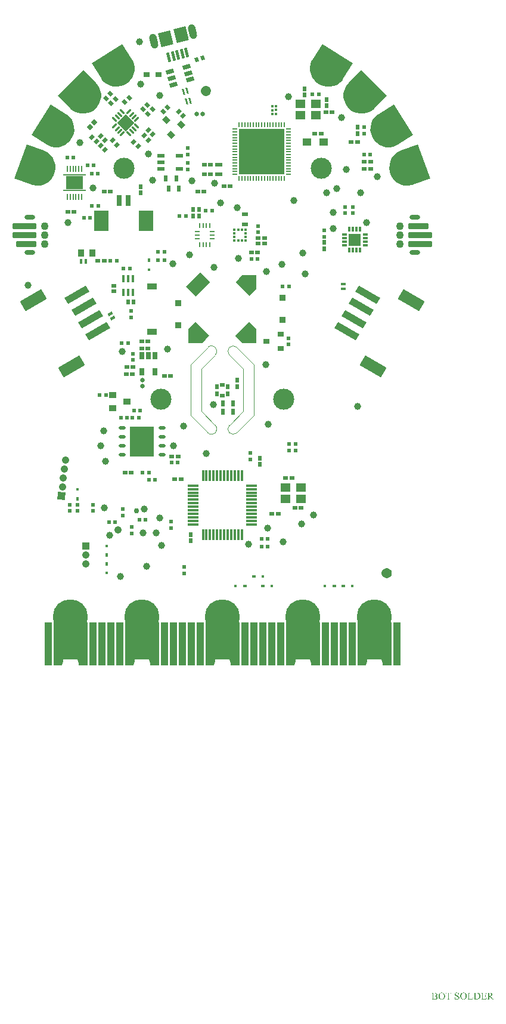
<source format=gbs>
G04*
G04 #@! TF.GenerationSoftware,Altium Limited,Altium Designer,18.1.9 (240)*
G04*
G04 Layer_Color=16711935*
%FSLAX44Y44*%
%MOMM*%
G71*
G01*
G75*
%ADD12C,0.1000*%
%ADD19C,0.1001*%
%ADD20R,0.5100X0.6000*%
%ADD21C,1.0000*%
%ADD25R,0.3000X0.8000*%
%ADD29R,0.7000X0.4000*%
%ADD31R,0.4000X0.4800*%
%ADD32R,0.3750X0.4170*%
%ADD35R,0.6200X0.6500*%
%ADD36R,0.6000X0.5100*%
%ADD39R,0.6500X0.6200*%
%ADD54R,1.0000X6.1470*%
%ADD56R,0.4800X0.4000*%
%ADD57R,0.4170X0.3750*%
G04:AMPARAMS|DCode=58|XSize=0.51mm|YSize=0.6mm|CornerRadius=0mm|HoleSize=0mm|Usage=FLASHONLY|Rotation=135.000|XOffset=0mm|YOffset=0mm|HoleType=Round|Shape=Rectangle|*
%AMROTATEDRECTD58*
4,1,4,0.3925,0.0318,-0.0318,-0.3925,-0.3925,-0.0318,0.0318,0.3925,0.3925,0.0318,0.0*
%
%ADD58ROTATEDRECTD58*%

G04:AMPARAMS|DCode=59|XSize=0.51mm|YSize=0.6mm|CornerRadius=0mm|HoleSize=0mm|Usage=FLASHONLY|Rotation=45.000|XOffset=0mm|YOffset=0mm|HoleType=Round|Shape=Rectangle|*
%AMROTATEDRECTD59*
4,1,4,0.0318,-0.3925,-0.3925,0.0318,-0.0318,0.3925,0.3925,-0.0318,0.0318,-0.3925,0.0*
%
%ADD59ROTATEDRECTD59*%

G04:AMPARAMS|DCode=64|XSize=0.65mm|YSize=0.62mm|CornerRadius=0mm|HoleSize=0mm|Usage=FLASHONLY|Rotation=225.000|XOffset=0mm|YOffset=0mm|HoleType=Round|Shape=Rectangle|*
%AMROTATEDRECTD64*
4,1,4,0.0106,0.4490,0.4490,0.0106,-0.0106,-0.4490,-0.4490,-0.0106,0.0106,0.4490,0.0*
%
%ADD64ROTATEDRECTD64*%

%ADD68R,1.0414X0.8890*%
%ADD87P,1.5132X4X129.0*%
%ADD88C,1.0700*%
%ADD89C,1.5000*%
G04:AMPARAMS|DCode=90|XSize=1.05mm|YSize=2.15mm|CornerRadius=0mm|HoleSize=0mm|Usage=FLASHONLY|Rotation=13.909|XOffset=0mm|YOffset=0mm|HoleType=Round|Shape=Round|*
%AMOVALD90*
21,1,1.1000,1.0500,0.0000,0.0000,103.9*
1,1,1.0500,0.1322,-0.5339*
1,1,1.0500,-0.1322,0.5339*
%
%ADD90OVALD90*%

%ADD91C,5.0000*%
%ADD92R,1.0700X1.0700*%
%ADD93C,3.0000*%
G04:AMPARAMS|DCode=94|XSize=0.7mm|YSize=1.5mm|CornerRadius=0.35mm|HoleSize=0mm|Usage=FLASHONLY|Rotation=90.000|XOffset=0mm|YOffset=0mm|HoleType=Round|Shape=RoundedRectangle|*
%AMROUNDEDRECTD94*
21,1,0.7000,0.8000,0,0,90.0*
21,1,0.0000,1.5000,0,0,90.0*
1,1,0.7000,0.4000,0.0000*
1,1,0.7000,0.4000,0.0000*
1,1,0.7000,-0.4000,0.0000*
1,1,0.7000,-0.4000,0.0000*
%
%ADD94ROUNDEDRECTD94*%
%ADD95C,1.1000*%
%ADD96C,0.6500*%
%ADD97C,0.7500*%
%ADD98C,1.0500*%
%ADD107C,0.5000*%
%ADD110R,2.1000X3.0000*%
%ADD111R,0.8000X1.6000*%
%ADD112R,0.4000X1.0000*%
%ADD113R,0.5000X0.7000*%
%ADD114R,0.7000X0.5000*%
%ADD115R,0.9000X0.6000*%
G04:AMPARAMS|DCode=116|XSize=0.4mm|YSize=0.7mm|CornerRadius=0mm|HoleSize=0mm|Usage=FLASHONLY|Rotation=300.000|XOffset=0mm|YOffset=0mm|HoleType=Round|Shape=Rectangle|*
%AMROTATEDRECTD116*
4,1,4,-0.4031,-0.0018,0.2031,0.3482,0.4031,0.0018,-0.2031,-0.3482,-0.4031,-0.0018,0.0*
%
%ADD116ROTATEDRECTD116*%

%ADD117R,0.4000X0.7000*%
G04:AMPARAMS|DCode=121|XSize=3.5mm|YSize=1mm|CornerRadius=0mm|HoleSize=0mm|Usage=FLASHONLY|Rotation=330.000|XOffset=0mm|YOffset=0mm|HoleType=Round|Shape=Rectangle|*
%AMROTATEDRECTD121*
4,1,4,-1.7656,0.4420,-1.2655,1.3080,1.7656,-0.4420,1.2655,-1.3080,-1.7656,0.4420,0.0*
%
%ADD121ROTATEDRECTD121*%

G04:AMPARAMS|DCode=122|XSize=3.5mm|YSize=1.6mm|CornerRadius=0mm|HoleSize=0mm|Usage=FLASHONLY|Rotation=330.000|XOffset=0mm|YOffset=0mm|HoleType=Round|Shape=Rectangle|*
%AMROTATEDRECTD122*
4,1,4,-1.9156,0.1822,-1.1156,1.5678,1.9156,-0.1822,1.1156,-1.5678,-1.9156,0.1822,0.0*
%
%ADD122ROTATEDRECTD122*%

G04:AMPARAMS|DCode=123|XSize=3.5mm|YSize=1.6mm|CornerRadius=0mm|HoleSize=0mm|Usage=FLASHONLY|Rotation=210.000|XOffset=0mm|YOffset=0mm|HoleType=Round|Shape=Rectangle|*
%AMROTATEDRECTD123*
4,1,4,1.1156,1.5678,1.9156,0.1822,-1.1156,-1.5678,-1.9156,-0.1822,1.1156,1.5678,0.0*
%
%ADD123ROTATEDRECTD123*%

G04:AMPARAMS|DCode=124|XSize=3.5mm|YSize=1mm|CornerRadius=0mm|HoleSize=0mm|Usage=FLASHONLY|Rotation=210.000|XOffset=0mm|YOffset=0mm|HoleType=Round|Shape=Rectangle|*
%AMROTATEDRECTD124*
4,1,4,1.2655,1.3080,1.7656,0.4420,-1.2655,-1.3080,-1.7656,-0.4420,1.2655,1.3080,0.0*
%
%ADD124ROTATEDRECTD124*%

%ADD125R,2.4500X1.9500*%
%ADD126R,0.2000X0.8500*%
%ADD127R,3.3000X0.2500*%
G04:AMPARAMS|DCode=129|XSize=1.75mm|YSize=2mm|CornerRadius=0mm|HoleSize=0mm|Usage=FLASHONLY|Rotation=193.909|XOffset=0mm|YOffset=0mm|HoleType=Round|Shape=Rectangle|*
%AMROTATEDRECTD129*
4,1,4,0.6090,1.1810,1.0897,-0.7604,-0.6090,-1.1810,-1.0897,0.7604,0.6090,1.1810,0.0*
%
%ADD129ROTATEDRECTD129*%

G04:AMPARAMS|DCode=130|XSize=0.4mm|YSize=1.35mm|CornerRadius=0mm|HoleSize=0mm|Usage=FLASHONLY|Rotation=193.909|XOffset=0mm|YOffset=0mm|HoleType=Round|Shape=Rectangle|*
%AMROTATEDRECTD130*
4,1,4,0.0319,0.7033,0.3564,-0.6071,-0.0319,-0.7033,-0.3564,0.6071,0.0319,0.7033,0.0*
%
%ADD130ROTATEDRECTD130*%

%ADD131R,1.4000X0.9000*%
G04:AMPARAMS|DCode=132|XSize=0.86mm|YSize=0.26mm|CornerRadius=0.0325mm|HoleSize=0mm|Usage=FLASHONLY|Rotation=45.000|XOffset=0mm|YOffset=0mm|HoleType=Round|Shape=RoundedRectangle|*
%AMROUNDEDRECTD132*
21,1,0.8600,0.1950,0,0,45.0*
21,1,0.7950,0.2600,0,0,45.0*
1,1,0.0650,0.3500,0.2121*
1,1,0.0650,-0.2121,-0.3500*
1,1,0.0650,-0.3500,-0.2121*
1,1,0.0650,0.2121,0.3500*
%
%ADD132ROUNDEDRECTD132*%
G04:AMPARAMS|DCode=133|XSize=0.86mm|YSize=0.26mm|CornerRadius=0.0325mm|HoleSize=0mm|Usage=FLASHONLY|Rotation=135.000|XOffset=0mm|YOffset=0mm|HoleType=Round|Shape=RoundedRectangle|*
%AMROUNDEDRECTD133*
21,1,0.8600,0.1950,0,0,135.0*
21,1,0.7950,0.2600,0,0,135.0*
1,1,0.0650,-0.2121,0.3500*
1,1,0.0650,0.3500,-0.2121*
1,1,0.0650,0.2121,-0.3500*
1,1,0.0650,-0.3500,0.2121*
%
%ADD133ROUNDEDRECTD133*%
%ADD134P,2.3759X4X180.0*%
%ADD135R,0.2500X0.8000*%
%ADD136R,0.8000X0.2500*%
%ADD137R,0.4000X0.3000*%
%ADD138R,0.3000X0.4000*%
%ADD139R,1.2000X1.0000*%
%ADD140R,1.8000X1.8000*%
%ADD141R,0.8000X0.3000*%
G04:AMPARAMS|DCode=142|XSize=0.28mm|YSize=1.56mm|CornerRadius=0.07mm|HoleSize=0mm|Usage=FLASHONLY|Rotation=0.000|XOffset=0mm|YOffset=0mm|HoleType=Round|Shape=RoundedRectangle|*
%AMROUNDEDRECTD142*
21,1,0.2800,1.4200,0,0,0.0*
21,1,0.1400,1.5600,0,0,0.0*
1,1,0.1400,0.0700,-0.7100*
1,1,0.1400,-0.0700,-0.7100*
1,1,0.1400,-0.0700,0.7100*
1,1,0.1400,0.0700,0.7100*
%
%ADD142ROUNDEDRECTD142*%
G04:AMPARAMS|DCode=143|XSize=0.28mm|YSize=1.56mm|CornerRadius=0.07mm|HoleSize=0mm|Usage=FLASHONLY|Rotation=270.000|XOffset=0mm|YOffset=0mm|HoleType=Round|Shape=RoundedRectangle|*
%AMROUNDEDRECTD143*
21,1,0.2800,1.4200,0,0,270.0*
21,1,0.1400,1.5600,0,0,270.0*
1,1,0.1400,-0.7100,-0.0700*
1,1,0.1400,-0.7100,0.0700*
1,1,0.1400,0.7100,0.0700*
1,1,0.1400,0.7100,-0.0700*
%
%ADD143ROUNDEDRECTD143*%
%ADD144R,0.6000X0.9000*%
G04:AMPARAMS|DCode=145|XSize=1.04mm|YSize=0.44mm|CornerRadius=0.154mm|HoleSize=0mm|Usage=FLASHONLY|Rotation=0.000|XOffset=0mm|YOffset=0mm|HoleType=Round|Shape=RoundedRectangle|*
%AMROUNDEDRECTD145*
21,1,1.0400,0.1320,0,0,0.0*
21,1,0.7320,0.4400,0,0,0.0*
1,1,0.3080,0.3660,-0.0660*
1,1,0.3080,-0.3660,-0.0660*
1,1,0.3080,-0.3660,0.0660*
1,1,0.3080,0.3660,0.0660*
%
%ADD145ROUNDEDRECTD145*%
%ADD146R,3.4000X4.3000*%
G04:AMPARAMS|DCode=147|XSize=0.51mm|YSize=0.6mm|CornerRadius=0mm|HoleSize=0mm|Usage=FLASHONLY|Rotation=195.000|XOffset=0mm|YOffset=0mm|HoleType=Round|Shape=Rectangle|*
%AMROTATEDRECTD147*
4,1,4,0.1687,0.3558,0.3240,-0.2238,-0.1687,-0.3558,-0.3240,0.2238,0.1687,0.3558,0.0*
%
%ADD147ROTATEDRECTD147*%

%ADD148R,0.9500X0.9000*%
%ADD149R,0.9000X0.8000*%
%ADD150R,0.8500X1.0000*%
%ADD151R,1.4000X1.1500*%
%ADD152R,1.1000X0.6000*%
%ADD153R,0.2500X0.6500*%
%ADD154R,0.6500X0.2500*%
%ADD155R,6.4000X6.4000*%
%ADD156R,1.0500X0.5500*%
%ADD157R,0.9500X0.7000*%
%ADD158P,0.4243X4X225.0*%
%ADD159R,0.6350X1.0414*%
G04:AMPARAMS|DCode=160|XSize=0.9mm|YSize=0.8mm|CornerRadius=0mm|HoleSize=0mm|Usage=FLASHONLY|Rotation=135.000|XOffset=0mm|YOffset=0mm|HoleType=Round|Shape=Rectangle|*
%AMROTATEDRECTD160*
4,1,4,0.6010,-0.0354,0.0354,-0.6010,-0.6010,0.0354,-0.0354,0.6010,0.6010,-0.0354,0.0*
%
%ADD160ROTATEDRECTD160*%

G04:AMPARAMS|DCode=161|XSize=0.85mm|YSize=0.25mm|CornerRadius=0mm|HoleSize=0mm|Usage=FLASHONLY|Rotation=285.500|XOffset=0mm|YOffset=0mm|HoleType=Round|Shape=Rectangle|*
%AMROTATEDRECTD161*
4,1,4,-0.2340,0.3761,0.0069,0.4430,0.2340,-0.3761,-0.0069,-0.4430,-0.2340,0.3761,0.0*
%
%ADD161ROTATEDRECTD161*%

G04:AMPARAMS|DCode=162|XSize=0.6mm|YSize=1.1mm|CornerRadius=0mm|HoleSize=0mm|Usage=FLASHONLY|Rotation=286.060|XOffset=0mm|YOffset=0mm|HoleType=Round|Shape=Rectangle|*
%AMROTATEDRECTD162*
4,1,4,-0.6115,0.1361,0.4456,0.4404,0.6115,-0.1361,-0.4456,-0.4404,-0.6115,0.1361,0.0*
%
%ADD162ROTATEDRECTD162*%

G04:AMPARAMS|DCode=164|XSize=0.9mm|YSize=3.45mm|CornerRadius=0.1755mm|HoleSize=0mm|Usage=FLASHONLY|Rotation=90.000|XOffset=0mm|YOffset=0mm|HoleType=Round|Shape=RoundedRectangle|*
%AMROUNDEDRECTD164*
21,1,0.9000,3.0990,0,0,90.0*
21,1,0.5490,3.4500,0,0,90.0*
1,1,0.3510,1.5495,0.2745*
1,1,0.3510,1.5495,-0.2745*
1,1,0.3510,-1.5495,-0.2745*
1,1,0.3510,-1.5495,0.2745*
%
%ADD164ROUNDEDRECTD164*%
G04:AMPARAMS|DCode=165|XSize=0.9mm|YSize=2.95mm|CornerRadius=0.1755mm|HoleSize=0mm|Usage=FLASHONLY|Rotation=90.000|XOffset=0mm|YOffset=0mm|HoleType=Round|Shape=RoundedRectangle|*
%AMROUNDEDRECTD165*
21,1,0.9000,2.5990,0,0,90.0*
21,1,0.5490,2.9500,0,0,90.0*
1,1,0.3510,1.2995,0.2745*
1,1,0.3510,1.2995,-0.2745*
1,1,0.3510,-1.2995,-0.2745*
1,1,0.3510,-1.2995,0.2745*
%
%ADD165ROUNDEDRECTD165*%
%ADD174R,0.6001X0.6501*%
%ADD175R,0.6501X0.6001*%
G36*
X185701Y243567D02*
X172161Y222314D01*
X170798Y220175D01*
X167291Y216511D01*
X163136Y213601D01*
X158493Y211558D01*
X153541Y210461D01*
X148470Y210350D01*
X143475Y211231D01*
X138747Y213069D01*
X134469Y215795D01*
X130805Y219302D01*
X127896Y223457D01*
X125853Y228100D01*
X124755Y233052D01*
X124644Y238123D01*
X125525Y243118D01*
X127364Y247846D01*
X128726Y249985D01*
X142266Y271238D01*
X185701Y243567D01*
D02*
G37*
G36*
X-128606Y249795D02*
X-127262Y247644D01*
X-125465Y242901D01*
X-124628Y237898D01*
X-124783Y232828D01*
X-125924Y227885D01*
X-128007Y223261D01*
X-130953Y219131D01*
X-134647Y215656D01*
X-138949Y212968D01*
X-143692Y211171D01*
X-148695Y210334D01*
X-153765Y210489D01*
X-158707Y211630D01*
X-163332Y213713D01*
X-167461Y216658D01*
X-170937Y220353D01*
X-172281Y222504D01*
X-172281Y222504D01*
X-185635Y243874D01*
X-141960Y271165D01*
X-128606Y249795D01*
D02*
G37*
G36*
X-20490Y211097D02*
X-18868Y210161D01*
X-18206Y209499D01*
X-17544Y208837D01*
X-16608Y207215D01*
X-16123Y205406D01*
Y203534D01*
X-16608Y201725D01*
X-17544Y200103D01*
X-18868Y198779D01*
X-20490Y197843D01*
X-22299Y197358D01*
X-24171D01*
X-25980Y197843D01*
X-27602Y198779D01*
X-28264Y199441D01*
X-28926Y200103D01*
X-29862Y201725D01*
X-30347Y203534D01*
Y205406D01*
X-29862Y207215D01*
X-28926Y208837D01*
X-27602Y210161D01*
X-25980Y211097D01*
X-24171Y211582D01*
X-22299D01*
X-20490Y211097D01*
D02*
G37*
G36*
X234016Y197601D02*
X216197Y179781D01*
X214404Y177988D01*
X210187Y175170D01*
X205501Y173229D01*
X200526Y172239D01*
X195453D01*
X190478Y173229D01*
X185792Y175170D01*
X181575Y177988D01*
X177988Y181575D01*
X175170Y185792D01*
X173229Y190478D01*
X172239Y195453D01*
Y200526D01*
X173229Y205501D01*
X175170Y210187D01*
X177988Y214404D01*
X179781Y216197D01*
X179781D01*
X197601Y234017D01*
X234016Y197601D01*
D02*
G37*
G36*
X-179781Y216197D02*
X-177988Y214404D01*
X-175170Y210187D01*
X-173229Y205501D01*
X-172239Y200526D01*
Y195453D01*
X-173229Y190478D01*
X-175170Y185792D01*
X-177988Y181575D01*
X-181575Y177988D01*
X-185792Y175170D01*
X-190478Y173229D01*
X-195453Y172239D01*
X-200526D01*
X-205501Y173229D01*
X-210187Y175170D01*
X-214404Y177988D01*
X-216197Y179781D01*
X-216197Y179781D01*
X-234017Y197601D01*
X-197601Y234016D01*
X-179781Y216197D01*
D02*
G37*
G36*
X271238Y142266D02*
X249985Y128726D01*
X247846Y127364D01*
X243118Y125525D01*
X238123Y124644D01*
X233052Y124755D01*
X228100Y125853D01*
X223457Y127896D01*
X219302Y130805D01*
X215795Y134469D01*
X213069Y138747D01*
X211231Y143475D01*
X210350Y148470D01*
X210461Y153541D01*
X211558Y158493D01*
X213601Y163136D01*
X216511Y167291D01*
X220175Y170798D01*
X222314Y172161D01*
X222314Y172161D01*
X243567Y185701D01*
X271238Y142266D01*
D02*
G37*
G36*
X-222314Y172161D02*
X-220175Y170798D01*
X-216511Y167291D01*
X-213601Y163136D01*
X-211558Y158493D01*
X-210461Y153541D01*
X-210350Y148470D01*
X-211231Y143475D01*
X-213069Y138747D01*
X-215795Y134469D01*
X-219302Y130805D01*
X-223457Y127896D01*
X-228100Y125853D01*
X-233052Y124755D01*
X-238123Y124644D01*
X-243118Y125525D01*
X-247846Y127364D01*
X-249985Y128726D01*
X-249985D01*
X-271238Y142266D01*
X-243567Y185701D01*
X-222314Y172161D01*
D02*
G37*
G36*
X295601Y80187D02*
X271920Y71568D01*
X269537Y70701D01*
X264524Y69929D01*
X259457Y70151D01*
X254529Y71356D01*
X249932Y73500D01*
X245842Y76499D01*
X242415Y80239D01*
X239784Y84575D01*
X238049Y89342D01*
X237277Y94355D01*
X237499Y99422D01*
X238704Y104349D01*
X240848Y108946D01*
X243847Y113037D01*
X247587Y116464D01*
X251923Y119095D01*
X254306Y119963D01*
Y119963D01*
X277987Y128581D01*
X295601Y80187D01*
D02*
G37*
G36*
X-254306Y119963D02*
X-251923Y119095D01*
X-247587Y116464D01*
X-243847Y113037D01*
X-240848Y108946D01*
X-238704Y104349D01*
X-237499Y99422D01*
X-237277Y94355D01*
X-238049Y89342D01*
X-239784Y84575D01*
X-242415Y80239D01*
X-245842Y76499D01*
X-249932Y73500D01*
X-254529Y71356D01*
X-259457Y70151D01*
X-264524Y69929D01*
X-269537Y70701D01*
X-271920Y71568D01*
X-295601Y80187D01*
X-277987Y128581D01*
X-254306Y119963D01*
D02*
G37*
G36*
X48500Y-76885D02*
X38479Y-86406D01*
X19094Y-67021D01*
X28115Y-56500D01*
X48500D01*
Y-76885D01*
D02*
G37*
G36*
X-17594Y-67021D02*
X-37979Y-87406D01*
X-52000Y-72885D01*
X-31615Y-52500D01*
X-17594Y-67021D01*
D02*
G37*
G36*
X48500Y-134115D02*
Y-153500D01*
X29115D01*
X18094Y-143479D01*
X38479Y-123094D01*
X48500Y-134115D01*
D02*
G37*
G36*
X-18594Y-142479D02*
X-28115Y-153500D01*
X-48500D01*
Y-133115D01*
X-37979Y-123094D01*
X-18594Y-142479D01*
D02*
G37*
G36*
X2751Y-214999D02*
X-2751D01*
Y-210000D01*
X2751D01*
Y-214999D01*
D02*
G37*
G36*
X10000Y-217750D02*
X5001D01*
Y-212250D01*
X10000D01*
Y-217750D01*
D02*
G37*
G36*
X-5001D02*
X-10000D01*
Y-212250D01*
X-5001D01*
Y-217750D01*
D02*
G37*
G36*
X10000Y-227750D02*
X5001D01*
Y-222250D01*
X10000D01*
Y-227750D01*
D02*
G37*
G36*
X-5001D02*
X-10000D01*
Y-222250D01*
X-5001D01*
Y-227750D01*
D02*
G37*
G36*
X2751Y-230000D02*
X-2751D01*
Y-225001D01*
X2751D01*
Y-230000D01*
D02*
G37*
G36*
X236238Y-473073D02*
X237860Y-474009D01*
X238522Y-474671D01*
X239184Y-475333D01*
X240120Y-476955D01*
X240605Y-478764D01*
Y-480636D01*
X240120Y-482445D01*
X239184Y-484067D01*
X237860Y-485391D01*
X236238Y-486328D01*
X234429Y-486812D01*
X232556D01*
X230748Y-486328D01*
X229126Y-485391D01*
X228464Y-484729D01*
X227802Y-484067D01*
X226865Y-482445D01*
X226381Y-480636D01*
Y-478764D01*
X226865Y-476955D01*
X227802Y-475333D01*
X229126Y-474009D01*
X230748Y-473073D01*
X232556Y-472588D01*
X234429D01*
X236238Y-473073D01*
D02*
G37*
G36*
X-196700Y-610735D02*
X-203750D01*
X-204314Y-608195D01*
X-205750Y-601735D01*
X-225750D01*
X-226339Y-604385D01*
X-227750Y-610735D01*
X-234800D01*
Y-562475D01*
X-196700D01*
Y-610735D01*
D02*
G37*
G36*
X235100Y-610845D02*
X228050D01*
X227486Y-608305D01*
X226050Y-601845D01*
X206050D01*
X205461Y-604495D01*
X204050Y-610845D01*
X197000D01*
Y-562585D01*
X235100D01*
Y-610845D01*
D02*
G37*
G36*
X133500D02*
X126450D01*
X125886Y-608305D01*
X124450Y-601845D01*
X104450D01*
X103861Y-604495D01*
X102450Y-610845D01*
X95400D01*
Y-562585D01*
X133500D01*
Y-610845D01*
D02*
G37*
G36*
X19200D02*
X12150D01*
X11586Y-608305D01*
X10150Y-601845D01*
X-9850D01*
X-10439Y-604495D01*
X-11850Y-610845D01*
X-18900D01*
Y-562585D01*
X19200D01*
Y-610845D01*
D02*
G37*
G36*
X-95100D02*
X-102150D01*
X-102714Y-608305D01*
X-104150Y-601845D01*
X-124150D01*
X-124739Y-604495D01*
X-126150Y-610845D01*
X-133200D01*
Y-562585D01*
X-95100D01*
Y-610845D01*
D02*
G37*
G36*
X336022Y-1078094D02*
X335755D01*
Y-1078079D01*
Y-1078050D01*
X335741Y-1078005D01*
X335726Y-1077931D01*
X335696Y-1077768D01*
X335652Y-1077546D01*
X335592Y-1077309D01*
X335504Y-1077057D01*
X335415Y-1076806D01*
X335296Y-1076584D01*
X335281Y-1076554D01*
X335237Y-1076495D01*
X335163Y-1076391D01*
X335059Y-1076258D01*
X334926Y-1076124D01*
X334763Y-1075976D01*
X334585Y-1075828D01*
X334363Y-1075695D01*
X334334Y-1075680D01*
X334260Y-1075636D01*
X334141Y-1075591D01*
X333978Y-1075517D01*
X333786Y-1075458D01*
X333579Y-1075414D01*
X333342Y-1075369D01*
X333105Y-1075355D01*
X332986D01*
X332853Y-1075384D01*
X332675Y-1075414D01*
X332483Y-1075473D01*
X332275Y-1075547D01*
X332083Y-1075666D01*
X331890Y-1075814D01*
X331876Y-1075828D01*
X331816Y-1075888D01*
X331742Y-1075991D01*
X331654Y-1076110D01*
X331565Y-1076258D01*
X331491Y-1076435D01*
X331431Y-1076628D01*
X331417Y-1076835D01*
Y-1076850D01*
Y-1076909D01*
X331431Y-1076983D01*
X331461Y-1077102D01*
X331491Y-1077220D01*
X331535Y-1077354D01*
X331609Y-1077487D01*
X331713Y-1077635D01*
X331742Y-1077665D01*
X331772Y-1077694D01*
X331802Y-1077724D01*
X331861Y-1077783D01*
X331935Y-1077842D01*
X332038Y-1077916D01*
X332142Y-1078005D01*
X332275Y-1078094D01*
X332424Y-1078213D01*
X332586Y-1078316D01*
X332779Y-1078449D01*
X333001Y-1078583D01*
X333238Y-1078731D01*
X333504Y-1078879D01*
X333801Y-1079042D01*
X333815Y-1079056D01*
X333860Y-1079071D01*
X333934Y-1079116D01*
X334023Y-1079160D01*
X334127Y-1079219D01*
X334245Y-1079294D01*
X334526Y-1079456D01*
X334837Y-1079634D01*
X335133Y-1079812D01*
X335400Y-1079989D01*
X335518Y-1080078D01*
X335622Y-1080152D01*
X335652Y-1080167D01*
X335711Y-1080226D01*
X335800Y-1080300D01*
X335903Y-1080404D01*
X336037Y-1080537D01*
X336155Y-1080700D01*
X336288Y-1080863D01*
X336392Y-1081056D01*
X336407Y-1081085D01*
X336437Y-1081144D01*
X336481Y-1081248D01*
X336525Y-1081381D01*
X336570Y-1081544D01*
X336614Y-1081737D01*
X336644Y-1081944D01*
X336659Y-1082151D01*
Y-1082166D01*
Y-1082196D01*
Y-1082255D01*
X336644Y-1082329D01*
X336629Y-1082433D01*
X336614Y-1082536D01*
X336555Y-1082788D01*
X336451Y-1083084D01*
X336392Y-1083232D01*
X336303Y-1083395D01*
X336200Y-1083558D01*
X336096Y-1083706D01*
X335963Y-1083869D01*
X335815Y-1084017D01*
X335800Y-1084032D01*
X335770Y-1084047D01*
X335726Y-1084091D01*
X335667Y-1084136D01*
X335578Y-1084195D01*
X335474Y-1084269D01*
X335355Y-1084343D01*
X335222Y-1084402D01*
X335074Y-1084476D01*
X334911Y-1084550D01*
X334541Y-1084684D01*
X334112Y-1084772D01*
X333890Y-1084787D01*
X333638Y-1084802D01*
X333490D01*
X333386Y-1084787D01*
X333268D01*
X333134Y-1084772D01*
X332853Y-1084728D01*
X332838D01*
X332808Y-1084713D01*
X332749D01*
X332660Y-1084684D01*
X332542Y-1084654D01*
X332379Y-1084610D01*
X332187Y-1084550D01*
X331950Y-1084476D01*
X331920Y-1084462D01*
X331846Y-1084447D01*
X331727Y-1084402D01*
X331594Y-1084358D01*
X331446Y-1084328D01*
X331298Y-1084284D01*
X331180Y-1084269D01*
X331091Y-1084254D01*
X331061D01*
X330987Y-1084269D01*
X330898Y-1084299D01*
X330809Y-1084373D01*
X330795Y-1084388D01*
X330780Y-1084417D01*
X330750Y-1084462D01*
X330735Y-1084521D01*
X330706Y-1084595D01*
X330676Y-1084684D01*
X330661Y-1084802D01*
X330395D01*
Y-1081529D01*
X330661D01*
Y-1081544D01*
X330676Y-1081574D01*
Y-1081633D01*
X330691Y-1081692D01*
X330706Y-1081781D01*
X330735Y-1081885D01*
X330795Y-1082107D01*
X330854Y-1082359D01*
X330943Y-1082625D01*
X331046Y-1082862D01*
X331150Y-1083084D01*
X331165Y-1083099D01*
X331209Y-1083173D01*
X331283Y-1083262D01*
X331387Y-1083381D01*
X331520Y-1083514D01*
X331683Y-1083647D01*
X331876Y-1083795D01*
X332098Y-1083928D01*
X332113D01*
X332127Y-1083943D01*
X332216Y-1083973D01*
X332335Y-1084032D01*
X332512Y-1084091D01*
X332720Y-1084151D01*
X332957Y-1084210D01*
X333208Y-1084239D01*
X333490Y-1084254D01*
X333579D01*
X333638Y-1084239D01*
X333801Y-1084225D01*
X333993Y-1084195D01*
X334215Y-1084136D01*
X334452Y-1084062D01*
X334674Y-1083943D01*
X334882Y-1083795D01*
X334911Y-1083780D01*
X334971Y-1083706D01*
X335045Y-1083617D01*
X335148Y-1083484D01*
X335237Y-1083321D01*
X335326Y-1083129D01*
X335385Y-1082922D01*
X335400Y-1082685D01*
Y-1082670D01*
Y-1082625D01*
X335385Y-1082551D01*
X335370Y-1082462D01*
X335355Y-1082359D01*
X335311Y-1082240D01*
X335267Y-1082107D01*
X335193Y-1081974D01*
X335178Y-1081959D01*
X335163Y-1081915D01*
X335104Y-1081841D01*
X335045Y-1081752D01*
X334971Y-1081648D01*
X334867Y-1081544D01*
X334748Y-1081426D01*
X334600Y-1081307D01*
X334585Y-1081293D01*
X334541Y-1081263D01*
X334452Y-1081204D01*
X334304Y-1081115D01*
X334215Y-1081056D01*
X334112Y-1080982D01*
X333978Y-1080908D01*
X333845Y-1080834D01*
X333682Y-1080745D01*
X333504Y-1080641D01*
X333312Y-1080523D01*
X333090Y-1080404D01*
X333075Y-1080389D01*
X333031Y-1080375D01*
X332971Y-1080345D01*
X332897Y-1080286D01*
X332794Y-1080226D01*
X332675Y-1080167D01*
X332409Y-1080004D01*
X332127Y-1079841D01*
X331831Y-1079649D01*
X331565Y-1079471D01*
X331446Y-1079382D01*
X331343Y-1079308D01*
X331313Y-1079294D01*
X331254Y-1079234D01*
X331165Y-1079145D01*
X331046Y-1079042D01*
X330928Y-1078908D01*
X330795Y-1078746D01*
X330661Y-1078583D01*
X330558Y-1078405D01*
X330543Y-1078375D01*
X330513Y-1078316D01*
X330469Y-1078213D01*
X330424Y-1078079D01*
X330380Y-1077931D01*
X330336Y-1077739D01*
X330306Y-1077546D01*
X330291Y-1077324D01*
Y-1077309D01*
Y-1077280D01*
Y-1077220D01*
X330306Y-1077146D01*
X330321Y-1077057D01*
X330336Y-1076954D01*
X330395Y-1076717D01*
X330484Y-1076435D01*
X330617Y-1076139D01*
X330706Y-1075991D01*
X330824Y-1075828D01*
X330943Y-1075695D01*
X331076Y-1075547D01*
X331091Y-1075532D01*
X331106Y-1075517D01*
X331150Y-1075473D01*
X331224Y-1075428D01*
X331298Y-1075369D01*
X331387Y-1075310D01*
X331505Y-1075236D01*
X331624Y-1075162D01*
X331920Y-1075029D01*
X332261Y-1074910D01*
X332646Y-1074821D01*
X332868Y-1074807D01*
X333090Y-1074792D01*
X333223D01*
X333371Y-1074807D01*
X333579Y-1074836D01*
X333815Y-1074881D01*
X334097Y-1074955D01*
X334393Y-1075043D01*
X334704Y-1075177D01*
X334719D01*
X334763Y-1075206D01*
X334837Y-1075221D01*
X334926Y-1075251D01*
X335104Y-1075310D01*
X335193Y-1075325D01*
X335267Y-1075340D01*
X335296D01*
X335370Y-1075325D01*
X335474Y-1075295D01*
X335563Y-1075236D01*
X335578Y-1075221D01*
X335607Y-1075192D01*
X335637Y-1075147D01*
X335667Y-1075088D01*
X335696Y-1074999D01*
X335726Y-1074910D01*
X335755Y-1074792D01*
X336022D01*
Y-1078094D01*
D02*
G37*
G36*
X374879Y-1077117D02*
X374597D01*
Y-1077102D01*
Y-1077087D01*
X374568Y-1076998D01*
X374538Y-1076865D01*
X374494Y-1076702D01*
X374449Y-1076524D01*
X374390Y-1076361D01*
X374316Y-1076199D01*
X374257Y-1076080D01*
X374242Y-1076065D01*
X374227Y-1076036D01*
X374183Y-1075976D01*
X374123Y-1075917D01*
X374049Y-1075858D01*
X373960Y-1075784D01*
X373842Y-1075710D01*
X373724Y-1075651D01*
X373709D01*
X373664Y-1075636D01*
X373590Y-1075606D01*
X373502Y-1075591D01*
X373353Y-1075562D01*
X373190Y-1075547D01*
X372983Y-1075532D01*
X370110D01*
Y-1079308D01*
X372361D01*
X372495Y-1079294D01*
X372672Y-1079279D01*
X372850Y-1079249D01*
X373028Y-1079205D01*
X373190Y-1079145D01*
X373309Y-1079071D01*
X373324Y-1079056D01*
X373368Y-1079012D01*
X373427Y-1078923D01*
X373502Y-1078805D01*
X373576Y-1078642D01*
X373635Y-1078449D01*
X373694Y-1078198D01*
X373724Y-1077916D01*
X373990D01*
Y-1081248D01*
X373724D01*
Y-1081233D01*
Y-1081218D01*
X373709Y-1081130D01*
X373679Y-1081011D01*
X373664Y-1080878D01*
X373635Y-1080730D01*
X373590Y-1080582D01*
X373561Y-1080449D01*
X373516Y-1080360D01*
Y-1080345D01*
X373487Y-1080315D01*
X373427Y-1080226D01*
X373368Y-1080167D01*
X373294Y-1080093D01*
X373205Y-1080034D01*
X373102Y-1079975D01*
X373087D01*
X373042Y-1079945D01*
X372983Y-1079930D01*
X372894Y-1079901D01*
X372761Y-1079871D01*
X372613Y-1079856D01*
X372435Y-1079827D01*
X370110D01*
Y-1082996D01*
Y-1083025D01*
Y-1083099D01*
Y-1083203D01*
Y-1083336D01*
X370125Y-1083469D01*
Y-1083588D01*
X370140Y-1083706D01*
X370155Y-1083780D01*
X370170Y-1083795D01*
X370199Y-1083854D01*
X370258Y-1083928D01*
X370347Y-1083988D01*
X370362D01*
X370377Y-1084003D01*
X370421Y-1084017D01*
X370466D01*
X370540Y-1084032D01*
X370644Y-1084047D01*
X370762Y-1084062D01*
X372805D01*
X372983Y-1084047D01*
X373176Y-1084032D01*
X373368Y-1084017D01*
X373546Y-1083988D01*
X373709Y-1083958D01*
X373724D01*
X373768Y-1083928D01*
X373842Y-1083899D01*
X373931Y-1083854D01*
X374049Y-1083795D01*
X374168Y-1083721D01*
X374286Y-1083632D01*
X374420Y-1083514D01*
X374434Y-1083499D01*
X374494Y-1083425D01*
X374582Y-1083321D01*
X374701Y-1083173D01*
X374834Y-1082996D01*
X374982Y-1082759D01*
X375145Y-1082492D01*
X375323Y-1082181D01*
X375604D01*
X374775Y-1084580D01*
X367401D01*
Y-1084314D01*
X367785D01*
X367845Y-1084299D01*
X367934D01*
X368141Y-1084254D01*
X368363Y-1084165D01*
X368378D01*
X368407Y-1084136D01*
X368496Y-1084077D01*
X368600Y-1083973D01*
X368644Y-1083899D01*
X368674Y-1083825D01*
Y-1083810D01*
X368689Y-1083780D01*
X368704Y-1083721D01*
X368718Y-1083617D01*
X368733Y-1083499D01*
X368748Y-1083336D01*
X368763Y-1083129D01*
Y-1082892D01*
Y-1076672D01*
Y-1076658D01*
Y-1076628D01*
Y-1076584D01*
Y-1076524D01*
X368748Y-1076376D01*
X368733Y-1076199D01*
X368718Y-1076006D01*
X368689Y-1075828D01*
X368630Y-1075666D01*
X368600Y-1075606D01*
X368570Y-1075562D01*
X368555Y-1075547D01*
X368526Y-1075517D01*
X368467Y-1075473D01*
X368378Y-1075414D01*
X368259Y-1075369D01*
X368111Y-1075325D01*
X367934Y-1075295D01*
X367726Y-1075281D01*
X367401D01*
Y-1075014D01*
X374775D01*
X374879Y-1077117D01*
D02*
G37*
G36*
X325419Y-1077250D02*
X325138D01*
Y-1077220D01*
X325123Y-1077146D01*
X325108Y-1077043D01*
X325079Y-1076924D01*
X325019Y-1076643D01*
X324975Y-1076509D01*
X324931Y-1076406D01*
X324916Y-1076391D01*
X324886Y-1076347D01*
X324842Y-1076273D01*
X324768Y-1076184D01*
X324694Y-1076080D01*
X324590Y-1075991D01*
X324472Y-1075888D01*
X324338Y-1075814D01*
X324323Y-1075799D01*
X324279Y-1075784D01*
X324190Y-1075754D01*
X324086Y-1075710D01*
X323953Y-1075666D01*
X323790Y-1075636D01*
X323598Y-1075621D01*
X323391Y-1075606D01*
X322058D01*
Y-1082922D01*
Y-1082936D01*
Y-1082966D01*
Y-1083010D01*
Y-1083070D01*
X322073Y-1083218D01*
X322087Y-1083395D01*
X322102Y-1083588D01*
X322132Y-1083765D01*
X322176Y-1083914D01*
X322206Y-1083988D01*
X322235Y-1084032D01*
X322250Y-1084047D01*
X322280Y-1084077D01*
X322354Y-1084121D01*
X322443Y-1084165D01*
X322561Y-1084225D01*
X322695Y-1084269D01*
X322872Y-1084299D01*
X323065Y-1084314D01*
X323405D01*
Y-1084580D01*
X319348D01*
Y-1084314D01*
X319792D01*
X319896Y-1084299D01*
X320029Y-1084269D01*
X320162Y-1084225D01*
X320310Y-1084165D01*
X320444Y-1084077D01*
X320547Y-1083958D01*
X320562Y-1083943D01*
X320577Y-1083914D01*
X320607Y-1083840D01*
X320636Y-1083751D01*
X320666Y-1083603D01*
X320681Y-1083425D01*
X320710Y-1083203D01*
Y-1082922D01*
Y-1075606D01*
X319333D01*
X319185Y-1075621D01*
X318874Y-1075651D01*
X318726Y-1075680D01*
X318608Y-1075710D01*
X318593D01*
X318548Y-1075740D01*
X318474Y-1075769D01*
X318385Y-1075828D01*
X318297Y-1075888D01*
X318178Y-1075991D01*
X318074Y-1076095D01*
X317971Y-1076228D01*
X317956Y-1076243D01*
X317926Y-1076302D01*
X317882Y-1076376D01*
X317837Y-1076495D01*
X317793Y-1076643D01*
X317734Y-1076821D01*
X317704Y-1077028D01*
X317675Y-1077250D01*
X317408D01*
X317512Y-1075014D01*
X325316D01*
X325419Y-1077250D01*
D02*
G37*
G36*
X380180Y-1075029D02*
X380343D01*
X380506Y-1075043D01*
X380876Y-1075073D01*
X381246Y-1075118D01*
X381587Y-1075177D01*
X381750Y-1075206D01*
X381898Y-1075251D01*
X381912D01*
X381927Y-1075266D01*
X382016Y-1075295D01*
X382150Y-1075355D01*
X382327Y-1075428D01*
X382520Y-1075547D01*
X382727Y-1075680D01*
X382934Y-1075858D01*
X383127Y-1076065D01*
X383142Y-1076095D01*
X383201Y-1076169D01*
X383290Y-1076302D01*
X383378Y-1076465D01*
X383467Y-1076672D01*
X383556Y-1076909D01*
X383615Y-1077191D01*
X383630Y-1077487D01*
Y-1077502D01*
Y-1077531D01*
Y-1077576D01*
X383615Y-1077635D01*
X383601Y-1077798D01*
X383556Y-1078005D01*
X383497Y-1078242D01*
X383393Y-1078494D01*
X383245Y-1078760D01*
X383053Y-1079012D01*
X383023Y-1079042D01*
X382949Y-1079116D01*
X382801Y-1079234D01*
X382608Y-1079368D01*
X382372Y-1079516D01*
X382061Y-1079678D01*
X381690Y-1079812D01*
X381276Y-1079930D01*
X383260Y-1082670D01*
X383275Y-1082685D01*
X383290Y-1082714D01*
X383319Y-1082759D01*
X383378Y-1082818D01*
X383497Y-1082981D01*
X383660Y-1083188D01*
X383838Y-1083395D01*
X384030Y-1083603D01*
X384223Y-1083780D01*
X384326Y-1083869D01*
X384415Y-1083928D01*
X384445Y-1083943D01*
X384504Y-1083973D01*
X384608Y-1084032D01*
X384756Y-1084091D01*
X384948Y-1084165D01*
X385155Y-1084225D01*
X385407Y-1084269D01*
X385689Y-1084314D01*
Y-1084580D01*
X383127D01*
X379884Y-1080108D01*
X379677D01*
X379484Y-1080123D01*
X378980D01*
X378907Y-1080108D01*
Y-1082892D01*
Y-1082907D01*
Y-1082936D01*
Y-1082981D01*
Y-1083040D01*
X378921Y-1083188D01*
X378936Y-1083366D01*
X378951Y-1083558D01*
X378995Y-1083751D01*
X379040Y-1083899D01*
X379069Y-1083973D01*
X379099Y-1084017D01*
X379114Y-1084032D01*
X379143Y-1084062D01*
X379217Y-1084106D01*
X379306Y-1084165D01*
X379410Y-1084225D01*
X379543Y-1084269D01*
X379706Y-1084299D01*
X379899Y-1084314D01*
X380269D01*
Y-1084580D01*
X376197D01*
Y-1084314D01*
X376656D01*
X376759Y-1084299D01*
X376878Y-1084269D01*
X377026Y-1084225D01*
X377159Y-1084151D01*
X377292Y-1084062D01*
X377411Y-1083928D01*
Y-1083914D01*
X377440Y-1083884D01*
X377455Y-1083810D01*
X377485Y-1083721D01*
X377514Y-1083573D01*
X377529Y-1083395D01*
X377559Y-1083173D01*
Y-1082892D01*
Y-1076702D01*
Y-1076687D01*
Y-1076658D01*
Y-1076613D01*
Y-1076554D01*
X377544Y-1076406D01*
X377529Y-1076228D01*
X377514Y-1076036D01*
X377470Y-1075858D01*
X377426Y-1075695D01*
X377381Y-1075636D01*
X377352Y-1075591D01*
X377337Y-1075577D01*
X377307Y-1075547D01*
X377233Y-1075488D01*
X377159Y-1075428D01*
X377041Y-1075384D01*
X376907Y-1075325D01*
X376744Y-1075295D01*
X376552Y-1075281D01*
X376197D01*
Y-1075014D01*
X380032D01*
X380180Y-1075029D01*
D02*
G37*
G36*
X361359D02*
X361566Y-1075043D01*
X361788Y-1075058D01*
X362025Y-1075073D01*
X362558Y-1075132D01*
X363091Y-1075221D01*
X363610Y-1075340D01*
X363847Y-1075414D01*
X364069Y-1075503D01*
X364083D01*
X364113Y-1075532D01*
X364172Y-1075562D01*
X364261Y-1075591D01*
X364350Y-1075651D01*
X364468Y-1075710D01*
X364720Y-1075888D01*
X365002Y-1076110D01*
X365312Y-1076391D01*
X365609Y-1076732D01*
X365742Y-1076924D01*
X365875Y-1077132D01*
X365890Y-1077146D01*
X365905Y-1077176D01*
X365934Y-1077250D01*
X365979Y-1077339D01*
X366038Y-1077442D01*
X366097Y-1077576D01*
X366157Y-1077724D01*
X366216Y-1077887D01*
X366275Y-1078064D01*
X366334Y-1078272D01*
X366394Y-1078494D01*
X366453Y-1078716D01*
X366527Y-1079219D01*
X366556Y-1079486D01*
Y-1079753D01*
Y-1079782D01*
Y-1079841D01*
X366542Y-1079945D01*
Y-1080078D01*
X366527Y-1080256D01*
X366497Y-1080449D01*
X366453Y-1080671D01*
X366408Y-1080922D01*
X366334Y-1081174D01*
X366260Y-1081441D01*
X366157Y-1081722D01*
X366038Y-1082003D01*
X365905Y-1082285D01*
X365742Y-1082551D01*
X365550Y-1082833D01*
X365342Y-1083084D01*
X365327Y-1083099D01*
X365283Y-1083144D01*
X365194Y-1083218D01*
X365090Y-1083321D01*
X364942Y-1083425D01*
X364765Y-1083558D01*
X364557Y-1083691D01*
X364320Y-1083825D01*
X364039Y-1083973D01*
X363728Y-1084106D01*
X363387Y-1084239D01*
X363017Y-1084343D01*
X362617Y-1084447D01*
X362173Y-1084521D01*
X361699Y-1084565D01*
X361196Y-1084580D01*
X356946D01*
Y-1084314D01*
X357405D01*
X357509Y-1084299D01*
X357627Y-1084269D01*
X357775Y-1084225D01*
X357908Y-1084151D01*
X358042Y-1084062D01*
X358145Y-1083928D01*
X358160Y-1083914D01*
X358175Y-1083884D01*
X358205Y-1083810D01*
X358234Y-1083721D01*
X358264Y-1083573D01*
X358279Y-1083395D01*
X358308Y-1083173D01*
Y-1082892D01*
Y-1076702D01*
Y-1076687D01*
Y-1076658D01*
Y-1076613D01*
Y-1076554D01*
X358293Y-1076406D01*
X358279Y-1076228D01*
X358264Y-1076036D01*
X358219Y-1075858D01*
X358175Y-1075695D01*
X358131Y-1075636D01*
X358101Y-1075591D01*
X358086Y-1075577D01*
X358056Y-1075547D01*
X357982Y-1075488D01*
X357908Y-1075428D01*
X357790Y-1075384D01*
X357657Y-1075325D01*
X357494Y-1075295D01*
X357301Y-1075281D01*
X356946D01*
Y-1075014D01*
X361181D01*
X361359Y-1075029D01*
D02*
G37*
G36*
X352459Y-1075281D02*
X352192D01*
X352030Y-1075295D01*
X351674Y-1075340D01*
X351511Y-1075384D01*
X351378Y-1075428D01*
X351363D01*
X351334Y-1075458D01*
X351274Y-1075488D01*
X351215Y-1075532D01*
X351082Y-1075651D01*
X351023Y-1075725D01*
X350963Y-1075799D01*
Y-1075814D01*
X350949Y-1075843D01*
X350934Y-1075917D01*
X350919Y-1076006D01*
X350889Y-1076154D01*
X350874Y-1076332D01*
X350860Y-1076569D01*
Y-1076850D01*
Y-1082877D01*
Y-1082907D01*
Y-1082966D01*
Y-1083070D01*
X350874Y-1083203D01*
X350904Y-1083469D01*
X350934Y-1083588D01*
X350963Y-1083691D01*
X350978Y-1083721D01*
X351037Y-1083780D01*
X351111Y-1083854D01*
X351230Y-1083914D01*
X351245D01*
X351274Y-1083928D01*
X351334D01*
X351437Y-1083943D01*
X351571Y-1083958D01*
X351763D01*
X351881Y-1083973D01*
X353288D01*
X353392Y-1083958D01*
X353629D01*
X353881Y-1083943D01*
X354132Y-1083914D01*
X354369Y-1083869D01*
X354473Y-1083854D01*
X354562Y-1083825D01*
X354577Y-1083810D01*
X354636Y-1083795D01*
X354725Y-1083751D01*
X354828Y-1083691D01*
X354962Y-1083617D01*
X355095Y-1083514D01*
X355228Y-1083395D01*
X355376Y-1083247D01*
X355391Y-1083232D01*
X355435Y-1083173D01*
X355509Y-1083070D01*
X355613Y-1082922D01*
X355717Y-1082744D01*
X355850Y-1082522D01*
X355983Y-1082240D01*
X356117Y-1081929D01*
X356354Y-1081989D01*
X355539Y-1084580D01*
X348150D01*
Y-1084314D01*
X348609D01*
X348713Y-1084299D01*
X348831Y-1084269D01*
X348979Y-1084225D01*
X349112Y-1084151D01*
X349246Y-1084062D01*
X349364Y-1083928D01*
Y-1083914D01*
X349394Y-1083884D01*
X349408Y-1083810D01*
X349438Y-1083721D01*
X349468Y-1083573D01*
X349483Y-1083395D01*
X349512Y-1083173D01*
Y-1082892D01*
Y-1076702D01*
Y-1076687D01*
Y-1076658D01*
Y-1076613D01*
Y-1076554D01*
X349497Y-1076406D01*
X349483Y-1076228D01*
X349468Y-1076036D01*
X349423Y-1075858D01*
X349379Y-1075695D01*
X349334Y-1075636D01*
X349305Y-1075591D01*
X349290Y-1075577D01*
X349260Y-1075547D01*
X349186Y-1075488D01*
X349112Y-1075428D01*
X348994Y-1075384D01*
X348861Y-1075325D01*
X348698Y-1075295D01*
X348505Y-1075281D01*
X348150D01*
Y-1075014D01*
X352459D01*
Y-1075281D01*
D02*
G37*
G36*
X301696Y-1075029D02*
X301963D01*
X302259Y-1075058D01*
X302570Y-1075088D01*
X302866Y-1075132D01*
X303148Y-1075192D01*
X303162D01*
X303192Y-1075206D01*
X303251Y-1075221D01*
X303325Y-1075236D01*
X303414Y-1075266D01*
X303518Y-1075310D01*
X303740Y-1075399D01*
X304007Y-1075517D01*
X304273Y-1075680D01*
X304525Y-1075873D01*
X304762Y-1076095D01*
X304791Y-1076124D01*
X304851Y-1076213D01*
X304939Y-1076347D01*
X305043Y-1076524D01*
X305147Y-1076732D01*
X305236Y-1076983D01*
X305295Y-1077265D01*
X305324Y-1077576D01*
Y-1077590D01*
Y-1077605D01*
Y-1077694D01*
X305295Y-1077828D01*
X305265Y-1078005D01*
X305221Y-1078198D01*
X305132Y-1078420D01*
X305028Y-1078642D01*
X304880Y-1078864D01*
X304865Y-1078894D01*
X304791Y-1078953D01*
X304703Y-1079056D01*
X304555Y-1079175D01*
X304377Y-1079308D01*
X304155Y-1079456D01*
X303888Y-1079575D01*
X303592Y-1079693D01*
X303607D01*
X303636Y-1079708D01*
X303681Y-1079723D01*
X303755Y-1079738D01*
X303932Y-1079782D01*
X304155Y-1079856D01*
X304392Y-1079960D01*
X304629Y-1080078D01*
X304865Y-1080212D01*
X305073Y-1080375D01*
X305088D01*
X305102Y-1080404D01*
X305176Y-1080493D01*
X305295Y-1080626D01*
X305428Y-1080819D01*
X305547Y-1081041D01*
X305665Y-1081322D01*
X305739Y-1081618D01*
X305769Y-1081781D01*
Y-1081959D01*
Y-1081974D01*
Y-1081989D01*
Y-1082077D01*
X305739Y-1082225D01*
X305709Y-1082403D01*
X305650Y-1082610D01*
X305576Y-1082847D01*
X305458Y-1083084D01*
X305310Y-1083336D01*
X305295Y-1083366D01*
X305236Y-1083440D01*
X305132Y-1083558D01*
X304984Y-1083691D01*
X304821Y-1083854D01*
X304599Y-1084017D01*
X304362Y-1084151D01*
X304081Y-1084284D01*
X304066D01*
X304051Y-1084299D01*
X303992Y-1084314D01*
X303932Y-1084328D01*
X303844Y-1084358D01*
X303755Y-1084373D01*
X303622Y-1084402D01*
X303488Y-1084432D01*
X303325Y-1084462D01*
X303148Y-1084491D01*
X302955Y-1084506D01*
X302733Y-1084536D01*
X302496Y-1084550D01*
X302244Y-1084565D01*
X301978Y-1084580D01*
X297180D01*
Y-1084314D01*
X297624D01*
X297728Y-1084299D01*
X297846Y-1084269D01*
X297994Y-1084225D01*
X298128Y-1084151D01*
X298261Y-1084062D01*
X298379Y-1083943D01*
X298394Y-1083928D01*
X298409Y-1083884D01*
X298439Y-1083825D01*
X298468Y-1083721D01*
X298498Y-1083573D01*
X298513Y-1083395D01*
X298542Y-1083173D01*
Y-1082892D01*
Y-1076702D01*
Y-1076687D01*
Y-1076658D01*
Y-1076613D01*
Y-1076554D01*
X298528Y-1076406D01*
X298513Y-1076228D01*
X298498Y-1076050D01*
X298454Y-1075858D01*
X298409Y-1075710D01*
X298365Y-1075636D01*
X298335Y-1075591D01*
X298320Y-1075577D01*
X298291Y-1075547D01*
X298217Y-1075488D01*
X298128Y-1075428D01*
X298024Y-1075384D01*
X297876Y-1075325D01*
X297713Y-1075295D01*
X297521Y-1075281D01*
X297180D01*
Y-1075014D01*
X301593D01*
X301696Y-1075029D01*
D02*
G37*
G36*
X342878Y-1074807D02*
X343011D01*
X343174Y-1074836D01*
X343352Y-1074866D01*
X343574Y-1074910D01*
X343796Y-1074969D01*
X344048Y-1075043D01*
X344300Y-1075132D01*
X344566Y-1075251D01*
X344833Y-1075384D01*
X345114Y-1075547D01*
X345381Y-1075740D01*
X345647Y-1075962D01*
X345914Y-1076213D01*
X345929Y-1076228D01*
X345973Y-1076273D01*
X346047Y-1076361D01*
X346136Y-1076465D01*
X346240Y-1076613D01*
X346343Y-1076776D01*
X346477Y-1076969D01*
X346610Y-1077191D01*
X346728Y-1077428D01*
X346861Y-1077709D01*
X346965Y-1077990D01*
X347084Y-1078301D01*
X347158Y-1078642D01*
X347232Y-1078997D01*
X347276Y-1079368D01*
X347291Y-1079753D01*
Y-1079782D01*
Y-1079841D01*
X347276Y-1079960D01*
Y-1080108D01*
X347247Y-1080300D01*
X347217Y-1080523D01*
X347173Y-1080760D01*
X347113Y-1081026D01*
X347039Y-1081293D01*
X346950Y-1081589D01*
X346847Y-1081885D01*
X346713Y-1082196D01*
X346550Y-1082492D01*
X346373Y-1082803D01*
X346151Y-1083084D01*
X345914Y-1083366D01*
X345899Y-1083381D01*
X345855Y-1083425D01*
X345780Y-1083499D01*
X345662Y-1083588D01*
X345529Y-1083691D01*
X345381Y-1083825D01*
X345188Y-1083943D01*
X344981Y-1084077D01*
X344744Y-1084225D01*
X344492Y-1084343D01*
X344226Y-1084462D01*
X343929Y-1084580D01*
X343619Y-1084669D01*
X343293Y-1084743D01*
X342937Y-1084787D01*
X342582Y-1084802D01*
X342493D01*
X342389Y-1084787D01*
X342256Y-1084772D01*
X342079Y-1084758D01*
X341886Y-1084728D01*
X341664Y-1084684D01*
X341427Y-1084624D01*
X341175Y-1084550D01*
X340909Y-1084462D01*
X340627Y-1084343D01*
X340346Y-1084210D01*
X340065Y-1084062D01*
X339798Y-1083869D01*
X339532Y-1083662D01*
X339265Y-1083410D01*
X339250Y-1083395D01*
X339206Y-1083351D01*
X339146Y-1083262D01*
X339058Y-1083158D01*
X338954Y-1083010D01*
X338850Y-1082847D01*
X338717Y-1082655D01*
X338599Y-1082433D01*
X338480Y-1082181D01*
X338362Y-1081900D01*
X338243Y-1081604D01*
X338139Y-1081278D01*
X338051Y-1080937D01*
X337991Y-1080567D01*
X337947Y-1080182D01*
X337932Y-1079767D01*
Y-1079738D01*
Y-1079664D01*
X337947Y-1079545D01*
X337962Y-1079382D01*
X337977Y-1079190D01*
X338021Y-1078968D01*
X338065Y-1078716D01*
X338125Y-1078449D01*
X338214Y-1078153D01*
X338302Y-1077857D01*
X338436Y-1077546D01*
X338584Y-1077235D01*
X338761Y-1076924D01*
X338969Y-1076628D01*
X339206Y-1076332D01*
X339472Y-1076050D01*
X339487Y-1076036D01*
X339532Y-1075991D01*
X339605Y-1075932D01*
X339709Y-1075858D01*
X339842Y-1075754D01*
X340005Y-1075651D01*
X340183Y-1075532D01*
X340376Y-1075414D01*
X340612Y-1075310D01*
X340849Y-1075192D01*
X341116Y-1075088D01*
X341397Y-1074984D01*
X341708Y-1074910D01*
X342019Y-1074851D01*
X342360Y-1074807D01*
X342700Y-1074792D01*
X342789D01*
X342878Y-1074807D01*
D02*
G37*
G36*
X311988D02*
X312122D01*
X312284Y-1074836D01*
X312462Y-1074866D01*
X312684Y-1074910D01*
X312906Y-1074969D01*
X313158Y-1075043D01*
X313410Y-1075132D01*
X313676Y-1075251D01*
X313943Y-1075384D01*
X314224Y-1075547D01*
X314491Y-1075740D01*
X314757Y-1075962D01*
X315024Y-1076213D01*
X315039Y-1076228D01*
X315083Y-1076273D01*
X315157Y-1076361D01*
X315246Y-1076465D01*
X315350Y-1076613D01*
X315453Y-1076776D01*
X315587Y-1076969D01*
X315720Y-1077191D01*
X315838Y-1077428D01*
X315972Y-1077709D01*
X316075Y-1077990D01*
X316194Y-1078301D01*
X316268Y-1078642D01*
X316342Y-1078997D01*
X316386Y-1079368D01*
X316401Y-1079753D01*
Y-1079782D01*
Y-1079841D01*
X316386Y-1079960D01*
Y-1080108D01*
X316357Y-1080300D01*
X316327Y-1080523D01*
X316283Y-1080760D01*
X316223Y-1081026D01*
X316149Y-1081293D01*
X316061Y-1081589D01*
X315957Y-1081885D01*
X315823Y-1082196D01*
X315661Y-1082492D01*
X315483Y-1082803D01*
X315261Y-1083084D01*
X315024Y-1083366D01*
X315009Y-1083381D01*
X314965Y-1083425D01*
X314891Y-1083499D01*
X314772Y-1083588D01*
X314639Y-1083691D01*
X314491Y-1083825D01*
X314298Y-1083943D01*
X314091Y-1084077D01*
X313854Y-1084225D01*
X313602Y-1084343D01*
X313336Y-1084462D01*
X313040Y-1084580D01*
X312729Y-1084669D01*
X312403Y-1084743D01*
X312047Y-1084787D01*
X311692Y-1084802D01*
X311603D01*
X311500Y-1084787D01*
X311366Y-1084772D01*
X311189Y-1084758D01*
X310996Y-1084728D01*
X310774Y-1084684D01*
X310537Y-1084624D01*
X310285Y-1084550D01*
X310019Y-1084462D01*
X309737Y-1084343D01*
X309456Y-1084210D01*
X309175Y-1084062D01*
X308908Y-1083869D01*
X308641Y-1083662D01*
X308375Y-1083410D01*
X308360Y-1083395D01*
X308316Y-1083351D01*
X308256Y-1083262D01*
X308168Y-1083158D01*
X308064Y-1083010D01*
X307960Y-1082847D01*
X307827Y-1082655D01*
X307709Y-1082433D01*
X307590Y-1082181D01*
X307472Y-1081900D01*
X307353Y-1081604D01*
X307250Y-1081278D01*
X307161Y-1080937D01*
X307101Y-1080567D01*
X307057Y-1080182D01*
X307042Y-1079767D01*
Y-1079738D01*
Y-1079664D01*
X307057Y-1079545D01*
X307072Y-1079382D01*
X307087Y-1079190D01*
X307131Y-1078968D01*
X307176Y-1078716D01*
X307235Y-1078449D01*
X307324Y-1078153D01*
X307412Y-1077857D01*
X307546Y-1077546D01*
X307694Y-1077235D01*
X307871Y-1076924D01*
X308079Y-1076628D01*
X308316Y-1076332D01*
X308582Y-1076050D01*
X308597Y-1076036D01*
X308641Y-1075991D01*
X308716Y-1075932D01*
X308819Y-1075858D01*
X308953Y-1075754D01*
X309115Y-1075651D01*
X309293Y-1075532D01*
X309486Y-1075414D01*
X309722Y-1075310D01*
X309960Y-1075192D01*
X310226Y-1075088D01*
X310507Y-1074984D01*
X310818Y-1074910D01*
X311129Y-1074851D01*
X311470Y-1074807D01*
X311810Y-1074792D01*
X311899D01*
X311988Y-1074807D01*
D02*
G37*
%LPC*%
G36*
X379987Y-1075547D02*
X379825D01*
X379706Y-1075562D01*
X379543Y-1075577D01*
X379366Y-1075606D01*
X379143Y-1075636D01*
X378907Y-1075680D01*
Y-1079664D01*
X379054D01*
X379129Y-1079678D01*
X379425D01*
X379514Y-1079664D01*
X379632D01*
X379751Y-1079649D01*
X380047Y-1079604D01*
X380373Y-1079530D01*
X380713Y-1079427D01*
X381039Y-1079279D01*
X381187Y-1079190D01*
X381320Y-1079086D01*
X381335D01*
X381350Y-1079056D01*
X381424Y-1078982D01*
X381542Y-1078849D01*
X381676Y-1078671D01*
X381794Y-1078449D01*
X381912Y-1078198D01*
X381987Y-1077902D01*
X382016Y-1077739D01*
Y-1077576D01*
Y-1077561D01*
Y-1077531D01*
Y-1077487D01*
X382001Y-1077428D01*
X381987Y-1077265D01*
X381942Y-1077057D01*
X381883Y-1076821D01*
X381779Y-1076569D01*
X381646Y-1076332D01*
X381454Y-1076110D01*
X381424Y-1076080D01*
X381350Y-1076021D01*
X381231Y-1075932D01*
X381068Y-1075828D01*
X380861Y-1075725D01*
X380609Y-1075636D01*
X380313Y-1075577D01*
X379987Y-1075547D01*
D02*
G37*
G36*
X361092D02*
X360974D01*
X360855Y-1075562D01*
X360678Y-1075577D01*
X360455Y-1075591D01*
X360219Y-1075636D01*
X359952Y-1075680D01*
X359656Y-1075754D01*
Y-1083884D01*
X359671D01*
X359700Y-1083899D01*
X359745D01*
X359804Y-1083914D01*
X359967Y-1083943D01*
X360174Y-1083973D01*
X360411Y-1084017D01*
X360663Y-1084047D01*
X360914Y-1084062D01*
X361151Y-1084077D01*
X361226D01*
X361314Y-1084062D01*
X361418D01*
X361566Y-1084047D01*
X361729Y-1084017D01*
X361907Y-1083988D01*
X362099Y-1083928D01*
X362307Y-1083869D01*
X362529Y-1083795D01*
X362751Y-1083706D01*
X362988Y-1083588D01*
X363210Y-1083469D01*
X363432Y-1083307D01*
X363654Y-1083144D01*
X363861Y-1082936D01*
X363876Y-1082922D01*
X363906Y-1082877D01*
X363965Y-1082818D01*
X364024Y-1082729D01*
X364113Y-1082610D01*
X364202Y-1082462D01*
X364306Y-1082299D01*
X364409Y-1082107D01*
X364498Y-1081900D01*
X364602Y-1081663D01*
X364691Y-1081411D01*
X364779Y-1081130D01*
X364839Y-1080834D01*
X364898Y-1080508D01*
X364927Y-1080167D01*
X364942Y-1079812D01*
Y-1079782D01*
Y-1079723D01*
Y-1079619D01*
X364927Y-1079486D01*
X364913Y-1079323D01*
X364883Y-1079131D01*
X364854Y-1078908D01*
X364809Y-1078686D01*
X364750Y-1078435D01*
X364676Y-1078183D01*
X364587Y-1077931D01*
X364483Y-1077665D01*
X364365Y-1077413D01*
X364217Y-1077161D01*
X364054Y-1076924D01*
X363861Y-1076702D01*
X363847Y-1076687D01*
X363817Y-1076658D01*
X363758Y-1076598D01*
X363669Y-1076524D01*
X363565Y-1076435D01*
X363432Y-1076332D01*
X363284Y-1076228D01*
X363106Y-1076124D01*
X362914Y-1076021D01*
X362706Y-1075917D01*
X362484Y-1075814D01*
X362232Y-1075725D01*
X361981Y-1075651D01*
X361699Y-1075591D01*
X361403Y-1075562D01*
X361092Y-1075547D01*
D02*
G37*
G36*
X301385Y-1075488D02*
X301030D01*
X300897Y-1075503D01*
X300734D01*
X300541Y-1075532D01*
X300319Y-1075562D01*
X300112Y-1075591D01*
X299890Y-1075651D01*
Y-1079308D01*
X299934D01*
X299994Y-1079323D01*
X300053Y-1079338D01*
X300142Y-1079353D01*
X300245D01*
X300467Y-1079382D01*
X300690D01*
X300808Y-1079397D01*
X301474D01*
X301578Y-1079382D01*
X301800Y-1079368D01*
X302052Y-1079353D01*
X302304Y-1079308D01*
X302555Y-1079264D01*
X302763Y-1079190D01*
X302792Y-1079175D01*
X302852Y-1079145D01*
X302940Y-1079101D01*
X303059Y-1079027D01*
X303192Y-1078923D01*
X303325Y-1078805D01*
X303459Y-1078671D01*
X303562Y-1078509D01*
X303577Y-1078494D01*
X303607Y-1078435D01*
X303651Y-1078331D01*
X303710Y-1078213D01*
X303755Y-1078064D01*
X303799Y-1077902D01*
X303829Y-1077709D01*
X303844Y-1077516D01*
Y-1077502D01*
Y-1077472D01*
Y-1077428D01*
X303829Y-1077368D01*
X303814Y-1077220D01*
X303755Y-1077013D01*
X303681Y-1076791D01*
X303547Y-1076554D01*
X303385Y-1076317D01*
X303266Y-1076199D01*
X303148Y-1076080D01*
X303133D01*
X303118Y-1076050D01*
X303074Y-1076021D01*
X303014Y-1075991D01*
X302955Y-1075947D01*
X302866Y-1075888D01*
X302763Y-1075843D01*
X302644Y-1075784D01*
X302511Y-1075725D01*
X302363Y-1075680D01*
X302200Y-1075621D01*
X302022Y-1075577D01*
X301830Y-1075547D01*
X301608Y-1075517D01*
X301385Y-1075488D01*
D02*
G37*
G36*
X301134Y-1079901D02*
X300630D01*
X300379Y-1079915D01*
X300275D01*
X300201Y-1079930D01*
X300038Y-1079945D01*
X299890Y-1079975D01*
Y-1083899D01*
X299934D01*
X299964Y-1083914D01*
X300023Y-1083928D01*
X300186Y-1083958D01*
X300393Y-1083988D01*
X300645Y-1084017D01*
X300912Y-1084047D01*
X301208Y-1084062D01*
X301504Y-1084077D01*
X301623D01*
X301711Y-1084062D01*
X301830D01*
X301948Y-1084047D01*
X302230Y-1084003D01*
X302555Y-1083943D01*
X302881Y-1083840D01*
X303192Y-1083706D01*
X303473Y-1083514D01*
X303488D01*
X303503Y-1083484D01*
X303577Y-1083410D01*
X303696Y-1083292D01*
X303814Y-1083114D01*
X303932Y-1082907D01*
X304051Y-1082670D01*
X304125Y-1082388D01*
X304155Y-1082240D01*
Y-1082092D01*
Y-1082063D01*
Y-1081989D01*
X304140Y-1081885D01*
X304110Y-1081752D01*
X304081Y-1081589D01*
X304021Y-1081411D01*
X303932Y-1081218D01*
X303829Y-1081026D01*
X303814Y-1080996D01*
X303770Y-1080937D01*
X303696Y-1080848D01*
X303592Y-1080730D01*
X303444Y-1080597D01*
X303266Y-1080463D01*
X303059Y-1080330D01*
X302822Y-1080212D01*
X302807D01*
X302792Y-1080197D01*
X302748Y-1080182D01*
X302703Y-1080167D01*
X302555Y-1080108D01*
X302363Y-1080049D01*
X302111Y-1080004D01*
X301830Y-1079945D01*
X301489Y-1079915D01*
X301134Y-1079901D01*
D02*
G37*
G36*
X342567Y-1075295D02*
X342449D01*
X342360Y-1075310D01*
X342241Y-1075325D01*
X342123Y-1075340D01*
X341827Y-1075414D01*
X341501Y-1075532D01*
X341323Y-1075606D01*
X341160Y-1075695D01*
X340983Y-1075814D01*
X340820Y-1075947D01*
X340657Y-1076095D01*
X340509Y-1076258D01*
X340494Y-1076273D01*
X340464Y-1076317D01*
X340420Y-1076376D01*
X340361Y-1076480D01*
X340287Y-1076598D01*
X340198Y-1076747D01*
X340124Y-1076924D01*
X340035Y-1077132D01*
X339931Y-1077368D01*
X339857Y-1077620D01*
X339768Y-1077916D01*
X339694Y-1078227D01*
X339635Y-1078568D01*
X339591Y-1078923D01*
X339561Y-1079323D01*
X339546Y-1079738D01*
Y-1079767D01*
Y-1079841D01*
Y-1079960D01*
X339561Y-1080123D01*
X339576Y-1080315D01*
X339605Y-1080537D01*
X339635Y-1080789D01*
X339665Y-1081070D01*
X339724Y-1081352D01*
X339783Y-1081648D01*
X339872Y-1081944D01*
X339961Y-1082255D01*
X340079Y-1082551D01*
X340213Y-1082833D01*
X340361Y-1083099D01*
X340538Y-1083351D01*
X340553Y-1083366D01*
X340568Y-1083395D01*
X340612Y-1083440D01*
X340672Y-1083499D01*
X340760Y-1083573D01*
X340849Y-1083647D01*
X340953Y-1083736D01*
X341086Y-1083825D01*
X341368Y-1084003D01*
X341723Y-1084151D01*
X341916Y-1084210D01*
X342123Y-1084254D01*
X342330Y-1084284D01*
X342567Y-1084299D01*
X342700D01*
X342789Y-1084284D01*
X342908Y-1084269D01*
X343041Y-1084239D01*
X343189Y-1084210D01*
X343352Y-1084165D01*
X343530Y-1084106D01*
X343707Y-1084047D01*
X343885Y-1083958D01*
X344078Y-1083854D01*
X344255Y-1083736D01*
X344448Y-1083588D01*
X344626Y-1083425D01*
X344788Y-1083247D01*
X344803Y-1083232D01*
X344833Y-1083203D01*
X344877Y-1083129D01*
X344922Y-1083040D01*
X344996Y-1082936D01*
X345070Y-1082788D01*
X345144Y-1082625D01*
X345233Y-1082433D01*
X345322Y-1082225D01*
X345396Y-1081974D01*
X345470Y-1081707D01*
X345544Y-1081411D01*
X345588Y-1081070D01*
X345632Y-1080730D01*
X345662Y-1080345D01*
X345677Y-1079930D01*
Y-1079901D01*
Y-1079827D01*
Y-1079693D01*
X345662Y-1079530D01*
X345647Y-1079323D01*
X345632Y-1079086D01*
X345603Y-1078834D01*
X345558Y-1078553D01*
X345440Y-1077946D01*
X345366Y-1077650D01*
X345262Y-1077339D01*
X345159Y-1077043D01*
X345025Y-1076761D01*
X344877Y-1076495D01*
X344700Y-1076258D01*
X344685Y-1076243D01*
X344670Y-1076213D01*
X344626Y-1076169D01*
X344551Y-1076110D01*
X344477Y-1076036D01*
X344389Y-1075947D01*
X344270Y-1075873D01*
X344152Y-1075769D01*
X344003Y-1075680D01*
X343841Y-1075606D01*
X343663Y-1075517D01*
X343470Y-1075443D01*
X343263Y-1075384D01*
X343056Y-1075340D01*
X342819Y-1075310D01*
X342567Y-1075295D01*
D02*
G37*
G36*
X311677D02*
X311559D01*
X311470Y-1075310D01*
X311351Y-1075325D01*
X311233Y-1075340D01*
X310937Y-1075414D01*
X310611Y-1075532D01*
X310433Y-1075606D01*
X310270Y-1075695D01*
X310093Y-1075814D01*
X309930Y-1075947D01*
X309767Y-1076095D01*
X309619Y-1076258D01*
X309604Y-1076273D01*
X309575Y-1076317D01*
X309530Y-1076376D01*
X309471Y-1076480D01*
X309397Y-1076598D01*
X309308Y-1076747D01*
X309234Y-1076924D01*
X309145Y-1077132D01*
X309041Y-1077368D01*
X308967Y-1077620D01*
X308878Y-1077916D01*
X308804Y-1078227D01*
X308745Y-1078568D01*
X308701Y-1078923D01*
X308671Y-1079323D01*
X308656Y-1079738D01*
Y-1079767D01*
Y-1079841D01*
Y-1079960D01*
X308671Y-1080123D01*
X308686Y-1080315D01*
X308716Y-1080537D01*
X308745Y-1080789D01*
X308775Y-1081070D01*
X308834Y-1081352D01*
X308893Y-1081648D01*
X308982Y-1081944D01*
X309071Y-1082255D01*
X309189Y-1082551D01*
X309323Y-1082833D01*
X309471Y-1083099D01*
X309648Y-1083351D01*
X309663Y-1083366D01*
X309678Y-1083395D01*
X309722Y-1083440D01*
X309782Y-1083499D01*
X309871Y-1083573D01*
X309960Y-1083647D01*
X310063Y-1083736D01*
X310196Y-1083825D01*
X310478Y-1084003D01*
X310833Y-1084151D01*
X311026Y-1084210D01*
X311233Y-1084254D01*
X311440Y-1084284D01*
X311677Y-1084299D01*
X311810D01*
X311899Y-1084284D01*
X312018Y-1084269D01*
X312151Y-1084239D01*
X312299Y-1084210D01*
X312462Y-1084165D01*
X312640Y-1084106D01*
X312817Y-1084047D01*
X312995Y-1083958D01*
X313188Y-1083854D01*
X313365Y-1083736D01*
X313558Y-1083588D01*
X313736Y-1083425D01*
X313899Y-1083247D01*
X313913Y-1083232D01*
X313943Y-1083203D01*
X313987Y-1083129D01*
X314032Y-1083040D01*
X314106Y-1082936D01*
X314180Y-1082788D01*
X314254Y-1082625D01*
X314343Y-1082433D01*
X314432Y-1082225D01*
X314506Y-1081974D01*
X314580Y-1081707D01*
X314654Y-1081411D01*
X314698Y-1081070D01*
X314743Y-1080730D01*
X314772Y-1080345D01*
X314787Y-1079930D01*
Y-1079901D01*
Y-1079827D01*
Y-1079693D01*
X314772Y-1079530D01*
X314757Y-1079323D01*
X314743Y-1079086D01*
X314713Y-1078834D01*
X314669Y-1078553D01*
X314550Y-1077946D01*
X314476Y-1077650D01*
X314372Y-1077339D01*
X314269Y-1077043D01*
X314135Y-1076761D01*
X313987Y-1076495D01*
X313810Y-1076258D01*
X313795Y-1076243D01*
X313780Y-1076213D01*
X313736Y-1076169D01*
X313661Y-1076110D01*
X313587Y-1076036D01*
X313499Y-1075947D01*
X313380Y-1075873D01*
X313262Y-1075769D01*
X313114Y-1075680D01*
X312951Y-1075606D01*
X312773Y-1075517D01*
X312581Y-1075443D01*
X312373Y-1075384D01*
X312166Y-1075340D01*
X311929Y-1075310D01*
X311677Y-1075295D01*
D02*
G37*
%LPD*%
D12*
X10000Y-270000D02*
G03*
X20599Y-280599I5300J-5300D01*
G01*
Y-159401D02*
G03*
X10000Y-170000I-5300J-5300D01*
G01*
X-20599Y-280599D02*
G03*
X-10000Y-270000I5300J5300D01*
G01*
Y-170000D02*
G03*
X-20599Y-159401I-5300J5300D01*
G01*
X45001Y-256200D02*
Y-183800D01*
X20599Y-280599D02*
X45001Y-256200D01*
X20599Y-159401D02*
X45001Y-183800D01*
X10000Y-270000D02*
X30000Y-250000D01*
X10000Y-170000D02*
X30000Y-190000D01*
X-45001Y-256200D02*
Y-183800D01*
Y-256200D02*
X-20599Y-280599D01*
X-30000Y-250000D02*
X-10000Y-270000D01*
X-45001Y-183800D02*
X-20599Y-159401D01*
X-30000Y-190000D02*
X-10000Y-170000D01*
D19*
X30000Y-250000D02*
Y-190000D01*
X-30000Y-250000D02*
Y-190000D01*
D20*
X-174450Y-227000D02*
D03*
X-104535Y-347200D02*
D03*
X-95635D02*
D03*
X-131350Y-47728D02*
D03*
X-140250D02*
D03*
X41259Y-33881D02*
D03*
X50159D02*
D03*
X-91450Y-36000D02*
D03*
X-82550D02*
D03*
X-187960Y24130D02*
D03*
X-196860D02*
D03*
X-176550Y41000D02*
D03*
X-185450D02*
D03*
X-185723Y86958D02*
D03*
X-176823D02*
D03*
X-220450Y110000D02*
D03*
X-211550D02*
D03*
X-182550Y99000D02*
D03*
X-191450D02*
D03*
X-108847Y-404000D02*
D03*
X-117747D02*
D03*
X-152253Y-407000D02*
D03*
X-161153D02*
D03*
X-159000Y-36881D02*
D03*
X-150100D02*
D03*
X-91450Y-24000D02*
D03*
X-82550D02*
D03*
X85512Y-73000D02*
D03*
X94412D02*
D03*
X-51900Y27350D02*
D03*
X-60800D02*
D03*
X-14600Y34290D02*
D03*
X-23500D02*
D03*
X201450Y114000D02*
D03*
X210350D02*
D03*
X137087Y200000D02*
D03*
X128187D02*
D03*
X55550Y-431000D02*
D03*
X64450D02*
D03*
Y-442000D02*
D03*
X55550D02*
D03*
X-135258Y-259000D02*
D03*
X-144157D02*
D03*
X-125586Y-249000D02*
D03*
X-116686D02*
D03*
X-118753Y-259000D02*
D03*
X-127653D02*
D03*
X-104550Y-337000D02*
D03*
X-113450D02*
D03*
X-165550Y-227000D02*
D03*
X-133875Y-153771D02*
D03*
X-142775D02*
D03*
X-63390Y-323000D02*
D03*
X-72290D02*
D03*
D21*
X-88900Y-401320D02*
D03*
X-167640Y-387350D02*
D03*
X129540Y-396918D02*
D03*
X169278Y166370D02*
D03*
X-70000Y-41000D02*
D03*
X21171Y39000D02*
D03*
X157480Y31750D02*
D03*
X148000Y60000D02*
D03*
X-43219Y77059D02*
D03*
X85000Y-42000D02*
D03*
X196350Y59690D02*
D03*
X114266Y-25860D02*
D03*
X118076Y-55521D02*
D03*
X101845Y48630D02*
D03*
X-88597Y197863D02*
D03*
X-202431Y130805D02*
D03*
X-183684Y67000D02*
D03*
X-142000Y-165000D02*
D03*
X-219302Y17405D02*
D03*
X-105087Y115089D02*
D03*
X-77707Y-162000D02*
D03*
X-160000Y-426000D02*
D03*
X-93980Y-422910D02*
D03*
X-112297Y-422738D02*
D03*
X-99000Y77723D02*
D03*
X176056Y92874D02*
D03*
X162560Y66040D02*
D03*
X204710Y17497D02*
D03*
X-11473Y-45506D02*
D03*
X23050Y-32981D02*
D03*
X62230Y-51895D02*
D03*
X157776Y8784D02*
D03*
X-2540Y45918D02*
D03*
X220526Y83146D02*
D03*
X-13000Y-240853D02*
D03*
X94000Y196000D02*
D03*
X-69653Y-299350D02*
D03*
X-168474Y-277735D02*
D03*
X-166000Y-321000D02*
D03*
X-55300Y-271000D02*
D03*
X-172426Y-299350D02*
D03*
X-23000Y-310000D02*
D03*
X86617Y-435602D02*
D03*
X64450Y-416114D02*
D03*
X36817Y-439000D02*
D03*
X113000Y-409800D02*
D03*
X-116287Y214312D02*
D03*
X-118000Y274000D02*
D03*
X-144425Y-484402D02*
D03*
X-276000Y-71000D02*
D03*
X192000Y-243000D02*
D03*
X-10853Y73781D02*
D03*
X-111147Y-388620D02*
D03*
X65000Y-268520D02*
D03*
X62000Y-184000D02*
D03*
X-86747Y-440001D02*
D03*
X-107950Y-469601D02*
D03*
X-47000Y-28000D02*
D03*
D25*
X180635Y-21665D02*
D03*
X185635D02*
D03*
X190635D02*
D03*
X195635D02*
D03*
Y8335D02*
D03*
X190635D02*
D03*
X185635D02*
D03*
X180635D02*
D03*
D29*
X171750Y-69393D02*
D03*
Y-76393D02*
D03*
D31*
X-206000Y-374254D02*
D03*
X-164491Y-466500D02*
D03*
X-164578Y-454000D02*
D03*
X-104146Y-36000D02*
D03*
D32*
X-206000Y-361054D02*
D03*
X-164491Y-479700D02*
D03*
X-164578Y-440800D02*
D03*
X-104146Y-49200D02*
D03*
D35*
X-116400Y59690D02*
D03*
Y68490D02*
D03*
X20848Y-214999D02*
D03*
Y-206199D02*
D03*
X53218Y-325400D02*
D03*
Y-316600D02*
D03*
X-44525Y-424946D02*
D03*
Y-433746D02*
D03*
X145000Y-10600D02*
D03*
Y-19400D02*
D03*
X192000Y144070D02*
D03*
Y152870D02*
D03*
X148000Y192400D02*
D03*
Y183600D02*
D03*
X-41910Y27350D02*
D03*
Y36150D02*
D03*
X-33020D02*
D03*
Y27350D02*
D03*
X116797Y198613D02*
D03*
Y207413D02*
D03*
D36*
X-184000Y-391450D02*
D03*
Y-382550D02*
D03*
X-129540Y-116850D02*
D03*
Y-107950D02*
D03*
X-49530Y114300D02*
D03*
Y123200D02*
D03*
X-54036Y-471115D02*
D03*
Y-480015D02*
D03*
X104000Y-305450D02*
D03*
Y-296550D02*
D03*
X95000D02*
D03*
Y-305450D02*
D03*
X-128350Y-414349D02*
D03*
Y-423249D02*
D03*
X-141057Y-389100D02*
D03*
Y-398000D02*
D03*
X145000Y-2450D02*
D03*
Y6450D02*
D03*
X174000Y39924D02*
D03*
Y31024D02*
D03*
X185635Y39900D02*
D03*
Y31000D02*
D03*
X93999Y-146550D02*
D03*
Y-155450D02*
D03*
X-217000Y-382550D02*
D03*
Y-391450D02*
D03*
X-206000D02*
D03*
Y-382550D02*
D03*
X51000Y3975D02*
D03*
Y12874D02*
D03*
X201101Y152920D02*
D03*
Y144020D02*
D03*
X-73124Y-406550D02*
D03*
Y-415450D02*
D03*
X39370Y-318140D02*
D03*
Y-309240D02*
D03*
X-127000Y-177450D02*
D03*
Y-168550D02*
D03*
X-49530Y102240D02*
D03*
Y93340D02*
D03*
D39*
X50059Y-25045D02*
D03*
X41259D02*
D03*
X103200Y-386969D02*
D03*
X112000D02*
D03*
X98770Y-344828D02*
D03*
X89970D02*
D03*
X-136400Y-197000D02*
D03*
X-127600D02*
D03*
X-105600Y-150960D02*
D03*
X-114400D02*
D03*
X-67557Y-346150D02*
D03*
X-58757D02*
D03*
X79200Y-395500D02*
D03*
X70400D02*
D03*
X-129600Y-337000D02*
D03*
X-138400D02*
D03*
X-114400Y-161000D02*
D03*
X-105600D02*
D03*
X-126992Y-187197D02*
D03*
X-135792D02*
D03*
X-73600Y-200000D02*
D03*
X-82400D02*
D03*
X-63007Y-314000D02*
D03*
X-71807D02*
D03*
X-159250Y62000D02*
D03*
X-168050D02*
D03*
X-210656Y33000D02*
D03*
X-219456D02*
D03*
X183200Y132000D02*
D03*
X192000D02*
D03*
X210400Y94200D02*
D03*
X201600D02*
D03*
X210400Y104349D02*
D03*
X201600D02*
D03*
X-168023Y-36881D02*
D03*
X-176823D02*
D03*
X-34800Y62000D02*
D03*
X-26000D02*
D03*
X51000Y-12000D02*
D03*
X59800D02*
D03*
Y-4000D02*
D03*
X51000D02*
D03*
X2600Y69000D02*
D03*
X11400D02*
D03*
X146928Y174685D02*
D03*
X155728D02*
D03*
X-16600Y86000D02*
D03*
X-25400D02*
D03*
X-16600Y100000D02*
D03*
X-25400D02*
D03*
X140400Y144000D02*
D03*
X131600D02*
D03*
D54*
X-247500Y-580000D02*
D03*
X-234800D02*
D03*
X-196700D02*
D03*
X-184000D02*
D03*
X-171300D02*
D03*
X-158600D02*
D03*
X-145900D02*
D03*
X-133200D02*
D03*
X-95100D02*
D03*
X-82400D02*
D03*
X-69700D02*
D03*
X-57000D02*
D03*
X-44300D02*
D03*
X-31600D02*
D03*
X-18900D02*
D03*
X19200Y-579995D02*
D03*
X31900Y-580000D02*
D03*
X44600D02*
D03*
X57300D02*
D03*
X70000D02*
D03*
X82700D02*
D03*
X95400Y-579995D02*
D03*
X133500D02*
D03*
X146200Y-580000D02*
D03*
X158900D02*
D03*
X171600D02*
D03*
X184300D02*
D03*
X197000Y-579995D02*
D03*
X235100D02*
D03*
X247800Y-580000D02*
D03*
D56*
X171600Y-498000D02*
D03*
X158900D02*
D03*
X57388D02*
D03*
X44600Y-484000D02*
D03*
X31900Y-498000D02*
D03*
D57*
X184800D02*
D03*
X145700D02*
D03*
X70588D02*
D03*
X57800Y-484000D02*
D03*
X18700Y-498000D02*
D03*
D58*
X-173147Y140647D02*
D03*
X-166853Y134353D02*
D03*
X-178853Y132853D02*
D03*
X-185147Y139147D02*
D03*
X-149853Y127853D02*
D03*
X-156147Y134147D02*
D03*
X-55853Y168853D02*
D03*
X-62147Y175147D02*
D03*
X-119560Y125853D02*
D03*
X-125853Y132147D02*
D03*
X-111147Y141147D02*
D03*
X-104853Y134853D02*
D03*
X-105147Y149147D02*
D03*
X-98853Y142853D02*
D03*
X-173147Y127147D02*
D03*
X-166853Y120853D02*
D03*
D59*
X-158147Y186853D02*
D03*
X-151853Y193147D02*
D03*
X-105647Y171853D02*
D03*
X-99353Y178147D02*
D03*
X-77707Y181041D02*
D03*
X-84000Y174748D02*
D03*
X-112676Y178404D02*
D03*
X-106382Y184697D02*
D03*
X-132500Y195000D02*
D03*
X-138793Y188707D02*
D03*
X-158853Y200147D02*
D03*
X-165147Y193853D02*
D03*
D64*
X-188166Y153318D02*
D03*
X-181943Y159541D02*
D03*
D68*
X-156000Y-245796D02*
D03*
Y-227000D02*
D03*
X-135680Y-236400D02*
D03*
D87*
X-228347Y-369985D02*
D03*
D88*
X-225692Y-344724D02*
D03*
X-224364Y-332093D02*
D03*
X-223037Y-319463D02*
D03*
X-227019Y-357354D02*
D03*
X-194119Y-466700D02*
D03*
Y-454000D02*
D03*
D89*
X-197990Y197990D02*
D03*
X-236149Y150444D02*
D03*
X236149D02*
D03*
X263113Y95765D02*
D03*
X-263113D02*
D03*
X150444Y236149D02*
D03*
X-150444D02*
D03*
X197990Y197990D02*
D03*
D90*
X-97131Y274706D02*
D03*
X-42288Y288287D02*
D03*
D91*
X150Y-542135D02*
D03*
X-114150D02*
D03*
X-215750Y-542135D02*
D03*
X216050Y-542135D02*
D03*
X114450D02*
D03*
D92*
X-194119Y-441300D02*
D03*
D93*
X140110Y94500D02*
D03*
X87000Y-233000D02*
D03*
X-87000D02*
D03*
X-140010Y94500D02*
D03*
D94*
X-273500Y-25045D02*
D03*
Y25045D02*
D03*
X273505Y-25045D02*
D03*
Y25045D02*
D03*
D95*
X-252500Y-12855D02*
D03*
Y-155D02*
D03*
Y12545D02*
D03*
X252505Y-12545D02*
D03*
Y155D02*
D03*
Y12855D02*
D03*
D96*
X-281250Y-155D02*
D03*
X281255Y155D02*
D03*
X-28307Y171402D02*
D03*
X-113195Y-214000D02*
D03*
X-36307Y171402D02*
D03*
X-113195Y-206000D02*
D03*
D97*
X-121565Y-391565D02*
D03*
D98*
X-148435Y-418435D02*
D03*
D107*
X-210000Y79000D02*
D03*
Y69000D02*
D03*
X-219000Y79000D02*
D03*
Y69000D02*
D03*
X-201000Y79000D02*
D03*
Y69000D02*
D03*
X188135Y-6664D02*
D03*
X193935Y-12465D02*
D03*
X182335Y-12464D02*
D03*
Y-865D02*
D03*
X193935Y-864D02*
D03*
D110*
X-171750Y20000D02*
D03*
X-108250D02*
D03*
D111*
X-146250Y49000D02*
D03*
X-133750D02*
D03*
D112*
X-127250Y-61499D02*
D03*
X-133750D02*
D03*
X-140250D02*
D03*
Y-81499D02*
D03*
X-133750D02*
D03*
X-127250D02*
D03*
D113*
X-126250Y-95250D02*
D03*
X-133750D02*
D03*
D114*
X-154150Y-79950D02*
D03*
Y-72450D02*
D03*
D115*
X31750Y14735D02*
D03*
Y29855D02*
D03*
D116*
X-155941Y-117712D02*
D03*
X-159441Y-111650D02*
D03*
D117*
X-200732Y-37000D02*
D03*
X-193732D02*
D03*
D121*
X206824Y-84769D02*
D03*
X196824Y-102090D02*
D03*
X186824Y-119410D02*
D03*
X176825Y-136731D02*
D03*
D122*
X214188Y-186015D02*
D03*
X268188Y-92485D02*
D03*
D123*
X-214192Y-186015D02*
D03*
X-268192Y-92485D02*
D03*
D124*
X-206828Y-84769D02*
D03*
X-196828Y-102090D02*
D03*
X-186828Y-119410D02*
D03*
X-176828Y-136731D02*
D03*
D125*
X-210000Y74000D02*
D03*
D126*
X-200000Y54250D02*
D03*
X-204000D02*
D03*
X-208000D02*
D03*
X-212000D02*
D03*
X-216000D02*
D03*
X-220000D02*
D03*
Y93750D02*
D03*
X-216000D02*
D03*
X-212000D02*
D03*
X-208000D02*
D03*
X-204000D02*
D03*
X-200000D02*
D03*
D127*
X-210000Y85000D02*
D03*
Y63000D02*
D03*
D129*
X-58790Y284201D02*
D03*
X-80630Y278792D02*
D03*
D130*
X-50649Y258607D02*
D03*
X-56958Y257045D02*
D03*
X-63268Y255482D02*
D03*
X-69577Y253920D02*
D03*
X-75886Y252357D02*
D03*
D131*
X-100000Y-72500D02*
D03*
X-100000Y-137500D02*
D03*
D132*
X-142344Y143850D02*
D03*
X-145879Y147385D02*
D03*
X-149415Y150921D02*
D03*
X-152950Y154456D02*
D03*
X-132656Y174750D02*
D03*
X-129121Y171215D02*
D03*
X-125585Y167679D02*
D03*
X-122050Y164144D02*
D03*
D133*
Y154456D02*
D03*
X-125585Y150921D02*
D03*
X-129121Y147385D02*
D03*
X-132656Y143850D02*
D03*
X-152950Y164144D02*
D03*
X-149415Y167679D02*
D03*
X-145879Y171215D02*
D03*
X-142344Y174750D02*
D03*
D134*
X-137500Y159300D02*
D03*
D135*
X-32500Y13500D02*
D03*
X-27500Y13500D02*
D03*
X-22500Y13500D02*
D03*
X-17500Y13500D02*
D03*
X-17500Y-13500D02*
D03*
X-22500Y-13500D02*
D03*
X-27500Y-13500D02*
D03*
X-32500Y-13500D02*
D03*
D136*
X-14000Y5000D02*
D03*
X-14000Y0D02*
D03*
X-14000Y-5000D02*
D03*
X-36000Y-5000D02*
D03*
X-36000Y-0D02*
D03*
X-36000Y5000D02*
D03*
D137*
X17000Y-7500D02*
D03*
Y-2500D02*
D03*
Y2500D02*
D03*
Y7500D02*
D03*
X33000D02*
D03*
Y2500D02*
D03*
Y-2500D02*
D03*
Y-7500D02*
D03*
D138*
X22500Y7499D02*
D03*
X27500Y7500D02*
D03*
Y-7500D02*
D03*
X22500D02*
D03*
D139*
X144000Y132000D02*
D03*
X120000D02*
D03*
D140*
X188135Y-6665D02*
D03*
D141*
X203135Y-14165D02*
D03*
Y-9165D02*
D03*
Y-4165D02*
D03*
Y835D02*
D03*
X173135D02*
D03*
Y-4165D02*
D03*
Y-9165D02*
D03*
Y-14165D02*
D03*
D142*
X27500Y-341200D02*
D03*
X22500D02*
D03*
X17500D02*
D03*
X12500D02*
D03*
X7500D02*
D03*
X2500D02*
D03*
X-2500D02*
D03*
X-7500D02*
D03*
X-12500D02*
D03*
X-17500D02*
D03*
X-22500D02*
D03*
X-27500D02*
D03*
Y-424800D02*
D03*
X-22500D02*
D03*
X-17500D02*
D03*
X-12500D02*
D03*
X-7500D02*
D03*
X-2500D02*
D03*
X2500D02*
D03*
X7500D02*
D03*
X12500D02*
D03*
X17500D02*
D03*
X22500D02*
D03*
X27500D02*
D03*
D143*
X-41800Y-355500D02*
D03*
Y-360500D02*
D03*
Y-365500D02*
D03*
Y-370500D02*
D03*
Y-375500D02*
D03*
Y-380500D02*
D03*
Y-385500D02*
D03*
Y-390500D02*
D03*
Y-395500D02*
D03*
Y-400500D02*
D03*
Y-405500D02*
D03*
Y-410500D02*
D03*
X41800D02*
D03*
Y-405500D02*
D03*
Y-400500D02*
D03*
Y-395500D02*
D03*
Y-390500D02*
D03*
Y-385500D02*
D03*
Y-380500D02*
D03*
Y-375500D02*
D03*
Y-370500D02*
D03*
Y-365500D02*
D03*
Y-360500D02*
D03*
Y-355500D02*
D03*
D144*
X-65440Y80000D02*
D03*
X-80560D02*
D03*
X15560Y-239000D02*
D03*
X440D02*
D03*
Y-251000D02*
D03*
X15560D02*
D03*
X-76620Y66000D02*
D03*
X-61500D02*
D03*
D145*
X-142450Y-312050D02*
D03*
Y-299350D02*
D03*
Y-286650D02*
D03*
Y-273950D02*
D03*
X-85550D02*
D03*
Y-286650D02*
D03*
Y-299350D02*
D03*
Y-312050D02*
D03*
D146*
X-114000Y-293000D02*
D03*
D147*
X-36798Y248643D02*
D03*
X-28202Y250946D02*
D03*
D148*
X85500Y-120750D02*
D03*
Y-89250D02*
D03*
X-63000Y-127750D02*
D03*
Y-96250D02*
D03*
D149*
X82558Y-140960D02*
D03*
Y-160960D02*
D03*
X62558Y-150960D02*
D03*
D150*
X-184645Y-25442D02*
D03*
X-200644D02*
D03*
D151*
X111000Y186147D02*
D03*
X133000D02*
D03*
Y170147D02*
D03*
X111000D02*
D03*
X112000Y-374474D02*
D03*
X90000D02*
D03*
Y-358474D02*
D03*
X112000D02*
D03*
D152*
X-5474Y99874D02*
D03*
Y85874D02*
D03*
D153*
X28000Y80000D02*
D03*
X32000D02*
D03*
X36000D02*
D03*
X40000D02*
D03*
X44000D02*
D03*
X48000D02*
D03*
X52000D02*
D03*
X56000D02*
D03*
X60000D02*
D03*
X64000D02*
D03*
X68000D02*
D03*
X72000D02*
D03*
X76000D02*
D03*
X80000D02*
D03*
X84000D02*
D03*
X88000D02*
D03*
X24000Y156400D02*
D03*
X28000D02*
D03*
X32000D02*
D03*
X36000D02*
D03*
X40000D02*
D03*
X44000D02*
D03*
X48000D02*
D03*
X52000D02*
D03*
X56000D02*
D03*
X60000D02*
D03*
X64000D02*
D03*
X68000D02*
D03*
X72000D02*
D03*
X76000D02*
D03*
X80000D02*
D03*
X84000D02*
D03*
X88000D02*
D03*
X24000Y80000D02*
D03*
D154*
X94200Y150200D02*
D03*
X17800D02*
D03*
Y146200D02*
D03*
Y142200D02*
D03*
Y138200D02*
D03*
Y134200D02*
D03*
Y130200D02*
D03*
Y126200D02*
D03*
Y122200D02*
D03*
Y118200D02*
D03*
Y114200D02*
D03*
Y110200D02*
D03*
Y106200D02*
D03*
Y102200D02*
D03*
Y98200D02*
D03*
Y94200D02*
D03*
Y90200D02*
D03*
Y86200D02*
D03*
X94200D02*
D03*
Y90200D02*
D03*
Y94200D02*
D03*
Y98200D02*
D03*
Y102200D02*
D03*
Y106200D02*
D03*
Y110200D02*
D03*
Y114200D02*
D03*
Y118200D02*
D03*
Y122200D02*
D03*
Y126200D02*
D03*
Y130200D02*
D03*
Y134200D02*
D03*
Y138200D02*
D03*
Y142200D02*
D03*
Y146200D02*
D03*
D155*
X56000Y118200D02*
D03*
D156*
X-87000Y93500D02*
D03*
Y103000D02*
D03*
Y112500D02*
D03*
X-61000D02*
D03*
Y93500D02*
D03*
D157*
X-90750Y228000D02*
D03*
X-107250Y228000D02*
D03*
D158*
X70995Y183138D02*
D03*
X71000Y177268D02*
D03*
X71005Y171398D02*
D03*
X76005Y171402D02*
D03*
X76000Y177272D02*
D03*
X75995Y183142D02*
D03*
D159*
X-114400Y-194400D02*
D03*
X-95400D02*
D03*
Y-171000D02*
D03*
X-104900D02*
D03*
X-114400D02*
D03*
D160*
X-58330Y156428D02*
D03*
X-72472Y142286D02*
D03*
X-79543Y163499D02*
D03*
D161*
X-54641Y203262D02*
D03*
X-50767Y189289D02*
D03*
X-45948Y190626D02*
D03*
X-49823Y204598D02*
D03*
D162*
X-74640Y231882D02*
D03*
X-72012Y222753D02*
D03*
X-69384Y213623D02*
D03*
X-45360Y220539D02*
D03*
X-50616Y238797D02*
D03*
X-47988Y229668D02*
D03*
D164*
X-281250Y12545D02*
D03*
Y-155D02*
D03*
X281255Y155D02*
D03*
Y-12545D02*
D03*
D165*
X-278750Y-12855D02*
D03*
X278755Y12855D02*
D03*
D174*
X7501Y-214999D02*
D03*
Y-225001D02*
D03*
X-7501Y-214999D02*
D03*
Y-225001D02*
D03*
D175*
X0Y-212499D02*
D03*
Y-227501D02*
D03*
M02*

</source>
